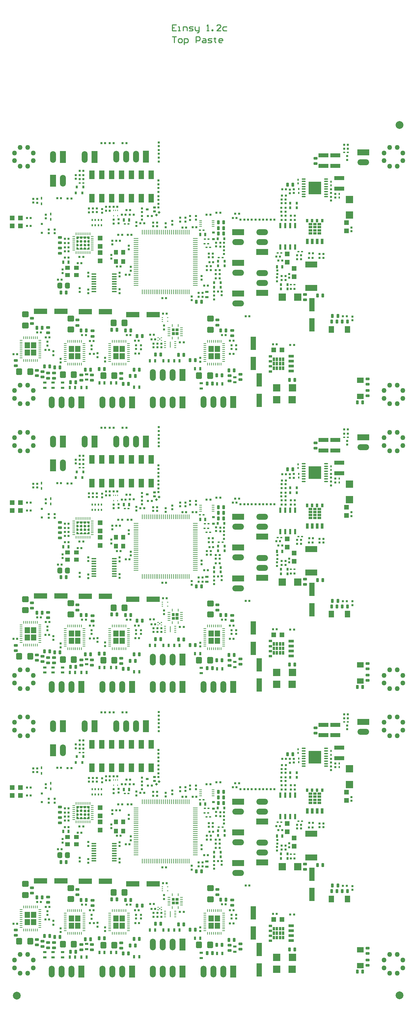
<source format=gtp>
G04*
G04 #@! TF.GenerationSoftware,Altium Limited,Altium Designer,21.0.8 (223)*
G04*
G04 Layer_Color=8421504*
%FSLAX24Y24*%
%MOIN*%
G70*
G04*
G04 #@! TF.SameCoordinates,37365775-C3C0-4A33-B389-55CC381F7523*
G04*
G04*
G04 #@! TF.FilePolarity,Positive*
G04*
G01*
G75*
%ADD10C,0.0100*%
%ADD11O,0.1190X0.0590*%
%ADD12R,0.1190X0.0590*%
%ADD13R,0.0590X0.1190*%
%ADD14O,0.0590X0.1190*%
%ADD15R,0.0528X0.0618*%
G04:AMPARAMS|DCode=16|XSize=78.7mil|YSize=78.7mil|CornerRadius=39.4mil|HoleSize=0mil|Usage=FLASHONLY|Rotation=90.000|XOffset=0mil|YOffset=0mil|HoleType=Round|Shape=RoundedRectangle|*
%AMROUNDEDRECTD16*
21,1,0.0787,0.0000,0,0,90.0*
21,1,0.0000,0.0787,0,0,90.0*
1,1,0.0787,0.0000,0.0000*
1,1,0.0787,0.0000,0.0000*
1,1,0.0787,0.0000,0.0000*
1,1,0.0787,0.0000,0.0000*
%
%ADD16ROUNDEDRECTD16*%
%ADD17O,0.0452X0.0137*%
%ADD18R,0.1279X0.1279*%
%ADD19R,0.1004X0.0413*%
%ADD20R,0.0177X0.0197*%
G04:AMPARAMS|DCode=21|XSize=20mil|YSize=22mil|CornerRadius=3.4mil|HoleSize=0mil|Usage=FLASHONLY|Rotation=90.000|XOffset=0mil|YOffset=0mil|HoleType=Round|Shape=RoundedRectangle|*
%AMROUNDEDRECTD21*
21,1,0.0200,0.0152,0,0,90.0*
21,1,0.0132,0.0220,0,0,90.0*
1,1,0.0068,0.0076,0.0066*
1,1,0.0068,0.0076,-0.0066*
1,1,0.0068,-0.0076,-0.0066*
1,1,0.0068,-0.0076,0.0066*
%
%ADD21ROUNDEDRECTD21*%
G04:AMPARAMS|DCode=22|XSize=20mil|YSize=22mil|CornerRadius=3.4mil|HoleSize=0mil|Usage=FLASHONLY|Rotation=0.000|XOffset=0mil|YOffset=0mil|HoleType=Round|Shape=RoundedRectangle|*
%AMROUNDEDRECTD22*
21,1,0.0200,0.0152,0,0,0.0*
21,1,0.0132,0.0220,0,0,0.0*
1,1,0.0068,0.0066,-0.0076*
1,1,0.0068,-0.0066,-0.0076*
1,1,0.0068,-0.0066,0.0076*
1,1,0.0068,0.0066,0.0076*
%
%ADD22ROUNDEDRECTD22*%
G04:AMPARAMS|DCode=23|XSize=27.1mil|YSize=37.4mil|CornerRadius=4.8mil|HoleSize=0mil|Usage=FLASHONLY|Rotation=90.000|XOffset=0mil|YOffset=0mil|HoleType=Round|Shape=RoundedRectangle|*
%AMROUNDEDRECTD23*
21,1,0.0271,0.0277,0,0,90.0*
21,1,0.0175,0.0374,0,0,90.0*
1,1,0.0097,0.0139,0.0087*
1,1,0.0097,0.0139,-0.0087*
1,1,0.0097,-0.0139,-0.0087*
1,1,0.0097,-0.0139,0.0087*
%
%ADD23ROUNDEDRECTD23*%
G04:AMPARAMS|DCode=24|XSize=27.1mil|YSize=37.4mil|CornerRadius=4.8mil|HoleSize=0mil|Usage=FLASHONLY|Rotation=0.000|XOffset=0mil|YOffset=0mil|HoleType=Round|Shape=RoundedRectangle|*
%AMROUNDEDRECTD24*
21,1,0.0271,0.0277,0,0,0.0*
21,1,0.0175,0.0374,0,0,0.0*
1,1,0.0097,0.0087,-0.0139*
1,1,0.0097,-0.0087,-0.0139*
1,1,0.0097,-0.0087,0.0139*
1,1,0.0097,0.0087,0.0139*
%
%ADD24ROUNDEDRECTD24*%
%ADD25R,0.0197X0.0177*%
%ADD26R,0.0244X0.0326*%
%ADD27R,0.0260X0.0540*%
%ADD28R,0.0540X0.0260*%
G04:AMPARAMS|DCode=29|XSize=20mil|YSize=22mil|CornerRadius=3.4mil|HoleSize=0mil|Usage=FLASHONLY|Rotation=225.000|XOffset=0mil|YOffset=0mil|HoleType=Round|Shape=RoundedRectangle|*
%AMROUNDEDRECTD29*
21,1,0.0200,0.0152,0,0,225.0*
21,1,0.0132,0.0220,0,0,225.0*
1,1,0.0068,-0.0100,0.0007*
1,1,0.0068,-0.0007,0.0100*
1,1,0.0068,0.0100,-0.0007*
1,1,0.0068,0.0007,-0.0100*
%
%ADD29ROUNDEDRECTD29*%
%ADD30R,0.0571X0.0897*%
%ADD31R,0.0295X0.0097*%
%ADD32R,0.0523X0.0689*%
%ADD33R,0.0180X0.0260*%
%ADD34R,0.0480X0.0130*%
%ADD35R,0.0770X0.0770*%
%ADD36R,0.1240X0.0610*%
G04:AMPARAMS|DCode=37|XSize=50mil|YSize=58mil|CornerRadius=12mil|HoleSize=0mil|Usage=FLASHONLY|Rotation=180.000|XOffset=0mil|YOffset=0mil|HoleType=Round|Shape=RoundedRectangle|*
%AMROUNDEDRECTD37*
21,1,0.0500,0.0340,0,0,180.0*
21,1,0.0260,0.0580,0,0,180.0*
1,1,0.0240,-0.0130,0.0170*
1,1,0.0240,0.0130,0.0170*
1,1,0.0240,0.0130,-0.0170*
1,1,0.0240,-0.0130,-0.0170*
%
%ADD37ROUNDEDRECTD37*%
%ADD38R,0.0500X0.0400*%
%ADD39R,0.0180X0.0240*%
%ADD40O,0.0078X0.0492*%
%ADD41O,0.0492X0.0078*%
%ADD42R,0.0220X0.0220*%
%ADD43C,0.0500*%
G04:AMPARAMS|DCode=44|XSize=61mil|YSize=69mil|CornerRadius=14.8mil|HoleSize=0mil|Usage=FLASHONLY|Rotation=90.000|XOffset=0mil|YOffset=0mil|HoleType=Round|Shape=RoundedRectangle|*
%AMROUNDEDRECTD44*
21,1,0.0610,0.0395,0,0,90.0*
21,1,0.0315,0.0690,0,0,90.0*
1,1,0.0295,0.0198,0.0158*
1,1,0.0295,0.0198,-0.0158*
1,1,0.0295,-0.0198,-0.0158*
1,1,0.0295,-0.0198,0.0158*
%
%ADD44ROUNDEDRECTD44*%
%ADD45R,0.1319X0.0531*%
%ADD46R,0.0220X0.0580*%
%ADD47R,0.0460X0.0460*%
%ADD48O,0.0078X0.0315*%
%ADD49O,0.0315X0.0078*%
G04:AMPARAMS|DCode=50|XSize=9mil|YSize=29.5mil|CornerRadius=3.4mil|HoleSize=0mil|Usage=FLASHONLY|Rotation=180.000|XOffset=0mil|YOffset=0mil|HoleType=Round|Shape=RoundedRectangle|*
%AMROUNDEDRECTD50*
21,1,0.0090,0.0227,0,0,180.0*
21,1,0.0022,0.0295,0,0,180.0*
1,1,0.0068,-0.0011,0.0113*
1,1,0.0068,0.0011,0.0113*
1,1,0.0068,0.0011,-0.0113*
1,1,0.0068,-0.0011,-0.0113*
%
%ADD50ROUNDEDRECTD50*%
G04:AMPARAMS|DCode=51|XSize=9mil|YSize=29.5mil|CornerRadius=3.4mil|HoleSize=0mil|Usage=FLASHONLY|Rotation=270.000|XOffset=0mil|YOffset=0mil|HoleType=Round|Shape=RoundedRectangle|*
%AMROUNDEDRECTD51*
21,1,0.0090,0.0227,0,0,270.0*
21,1,0.0022,0.0295,0,0,270.0*
1,1,0.0068,-0.0113,-0.0011*
1,1,0.0068,-0.0113,0.0011*
1,1,0.0068,0.0113,0.0011*
1,1,0.0068,0.0113,-0.0011*
%
%ADD51ROUNDEDRECTD51*%
%ADD52R,0.0216X0.0295*%
%ADD53R,0.0295X0.0197*%
%ADD54R,0.0197X0.0078*%
%ADD55R,0.0059X0.0610*%
%ADD56R,0.0157X0.0098*%
%ADD57O,0.0090X0.0295*%
%ADD58O,0.0295X0.0090*%
%ADD59P,0.0185X4X180.0*%
%ADD60R,0.0098X0.0157*%
%ADD61R,0.0326X0.0244*%
%ADD62R,0.0531X0.1319*%
G04:AMPARAMS|DCode=63|XSize=61mil|YSize=69mil|CornerRadius=14.8mil|HoleSize=0mil|Usage=FLASHONLY|Rotation=180.000|XOffset=0mil|YOffset=0mil|HoleType=Round|Shape=RoundedRectangle|*
%AMROUNDEDRECTD63*
21,1,0.0610,0.0395,0,0,180.0*
21,1,0.0315,0.0690,0,0,180.0*
1,1,0.0295,-0.0158,0.0198*
1,1,0.0295,0.0158,0.0198*
1,1,0.0295,0.0158,-0.0198*
1,1,0.0295,-0.0158,-0.0198*
%
%ADD63ROUNDEDRECTD63*%
%ADD64R,0.0460X0.0460*%
%ADD65R,0.0295X0.0216*%
%ADD66R,0.0770X0.0770*%
%ADD67R,0.0400X0.0500*%
%ADD68R,0.0689X0.0523*%
G36*
X32394Y48566D02*
X32158D01*
Y48920D01*
X32394D01*
Y48566D01*
D02*
G37*
G36*
X31883D02*
X31646D01*
Y48920D01*
X31883D01*
Y48566D01*
D02*
G37*
G36*
X31381D02*
X31144D01*
Y48920D01*
X31381D01*
Y48566D01*
D02*
G37*
G36*
X30869D02*
X30633D01*
Y48920D01*
X30869D01*
Y48566D01*
D02*
G37*
G36*
X32158Y48271D02*
X31804D01*
Y48507D01*
X32158D01*
Y48271D01*
D02*
G37*
G36*
X31705D02*
X31351D01*
Y48507D01*
X31705D01*
Y48271D01*
D02*
G37*
G36*
X31253D02*
X30898D01*
Y48507D01*
X31253D01*
Y48271D01*
D02*
G37*
G36*
X32158Y47966D02*
X31804D01*
Y48202D01*
X32158D01*
Y47966D01*
D02*
G37*
G36*
X31705D02*
X31351D01*
Y48202D01*
X31705D01*
Y47966D01*
D02*
G37*
G36*
X31253D02*
X30898D01*
Y48202D01*
X31253D01*
Y47966D01*
D02*
G37*
G36*
X32158Y47651D02*
X31804D01*
Y47887D01*
X32158D01*
Y47651D01*
D02*
G37*
G36*
X31705D02*
X31351D01*
Y47887D01*
X31705D01*
Y47651D01*
D02*
G37*
G36*
X31253D02*
X30898D01*
Y47887D01*
X31253D01*
Y47651D01*
D02*
G37*
G36*
X32158Y47345D02*
X31804D01*
Y47582D01*
X32158D01*
Y47345D01*
D02*
G37*
G36*
X31705D02*
X31351D01*
Y47582D01*
X31705D01*
Y47345D01*
D02*
G37*
G36*
X31253D02*
X30898D01*
Y47582D01*
X31253D01*
Y47345D01*
D02*
G37*
G36*
X8392Y47001D02*
X8293Y46903D01*
X8211D01*
X8116Y46996D01*
Y47130D01*
X8392D01*
Y47001D01*
D02*
G37*
G36*
X8018D02*
X7919Y46903D01*
X7837D01*
X7742Y46996D01*
Y47130D01*
X8018D01*
Y47001D01*
D02*
G37*
G36*
X8726Y46883D02*
X8608D01*
X8480Y47011D01*
Y47130D01*
X8726D01*
Y46883D01*
D02*
G37*
G36*
X7653Y47011D02*
X7526Y46883D01*
X7407D01*
Y47130D01*
X7653D01*
Y47011D01*
D02*
G37*
G36*
X8008Y46706D02*
Y46608D01*
X7929Y46529D01*
X7831D01*
X7742Y46618D01*
Y46696D01*
X7840Y46795D01*
X7919D01*
X8008Y46706D01*
D02*
G37*
G36*
X8726Y46519D02*
X8597D01*
X8500Y46618D01*
Y46700D01*
X8593Y46795D01*
X8726D01*
Y46519D01*
D02*
G37*
G36*
X8392Y46696D02*
Y46618D01*
X8293Y46519D01*
X8214D01*
X8126Y46608D01*
Y46706D01*
X8205Y46785D01*
X8303D01*
X8392Y46696D01*
D02*
G37*
G36*
X7634Y46696D02*
Y46608D01*
X7545Y46519D01*
X7407D01*
Y46795D01*
X7535D01*
X7634Y46696D01*
D02*
G37*
G36*
X8008Y46332D02*
Y46234D01*
X7929Y46155D01*
X7831D01*
X7742Y46244D01*
Y46322D01*
X7840Y46421D01*
X7919D01*
X8008Y46332D01*
D02*
G37*
G36*
X8726Y46145D02*
X8598D01*
X8500Y46244D01*
Y46332D01*
X8589Y46421D01*
X8726D01*
Y46145D01*
D02*
G37*
G36*
X8392Y46322D02*
Y46244D01*
X8293Y46145D01*
X8214D01*
X8126Y46234D01*
Y46332D01*
X8205Y46411D01*
X8303D01*
X8392Y46322D01*
D02*
G37*
G36*
X7634Y46322D02*
Y46240D01*
X7540Y46145D01*
X7407D01*
Y46421D01*
X7536D01*
X7634Y46322D01*
D02*
G37*
G36*
X8726Y45811D02*
X8480D01*
Y45929D01*
X8608Y46057D01*
X8726D01*
Y45811D01*
D02*
G37*
G36*
X8392Y45944D02*
Y45811D01*
X8116D01*
Y45940D01*
X8215Y46037D01*
X8297D01*
X8392Y45944D01*
D02*
G37*
G36*
X8018D02*
Y45811D01*
X7742D01*
Y45940D01*
X7841Y46037D01*
X7923D01*
X8018Y45944D01*
D02*
G37*
G36*
X7653Y45929D02*
Y45811D01*
X7407D01*
Y46057D01*
X7526D01*
X7653Y45929D01*
D02*
G37*
G36*
X17725Y37567D02*
X17438D01*
Y37850D01*
X17725D01*
Y37567D01*
D02*
G37*
G36*
X17347Y37563D02*
X17064D01*
Y37850D01*
X17347D01*
Y37563D01*
D02*
G37*
G36*
X17725Y37189D02*
X17442D01*
Y37476D01*
X17725D01*
Y37189D01*
D02*
G37*
G36*
X17351D02*
X17064D01*
Y37472D01*
X17351D01*
Y37189D01*
D02*
G37*
G36*
X16064Y36870D02*
X15971Y36870D01*
X15922Y36919D01*
X15922Y36952D01*
X16064D01*
Y36870D01*
D02*
G37*
G36*
X15737Y36919D02*
X15688Y36870D01*
X15595Y36870D01*
Y36952D01*
X15737D01*
X15737Y36919D01*
D02*
G37*
G36*
X16064Y36610D02*
X15922D01*
X15922Y36643D01*
X15971Y36692D01*
X16064Y36692D01*
Y36610D01*
D02*
G37*
G36*
X15688Y36692D02*
X15737Y36643D01*
X15737Y36610D01*
X15595D01*
Y36692D01*
X15688Y36692D01*
D02*
G37*
G36*
X27207Y34917D02*
X26853D01*
Y35153D01*
X27207D01*
Y34917D01*
D02*
G37*
G36*
X28427Y34562D02*
X28191D01*
Y34917D01*
X28427D01*
Y34562D01*
D02*
G37*
G36*
X28122D02*
X27886D01*
Y34917D01*
X28122D01*
Y34562D01*
D02*
G37*
G36*
X27807D02*
X27571D01*
Y34917D01*
X27807D01*
Y34562D01*
D02*
G37*
G36*
X27502D02*
X27266D01*
Y34917D01*
X27502D01*
Y34562D01*
D02*
G37*
G36*
X27207Y34405D02*
X26853D01*
Y34641D01*
X27207D01*
Y34405D01*
D02*
G37*
G36*
X28427Y34110D02*
X28191D01*
Y34464D01*
X28427D01*
Y34110D01*
D02*
G37*
G36*
X28122D02*
X27886D01*
Y34464D01*
X28122D01*
Y34110D01*
D02*
G37*
G36*
X27807D02*
X27571D01*
Y34464D01*
X27807D01*
Y34110D01*
D02*
G37*
G36*
X27502D02*
X27266D01*
Y34464D01*
X27502D01*
Y34110D01*
D02*
G37*
G36*
X27207Y33903D02*
X26853D01*
Y34139D01*
X27207D01*
Y33903D01*
D02*
G37*
G36*
X28427Y33657D02*
X28191D01*
Y34011D01*
X28427D01*
Y33657D01*
D02*
G37*
G36*
X28122D02*
X27886D01*
Y34011D01*
X28122D01*
Y33657D01*
D02*
G37*
G36*
X27807D02*
X27571D01*
Y34011D01*
X27807D01*
Y33657D01*
D02*
G37*
G36*
X27502D02*
X27266D01*
Y34011D01*
X27502D01*
Y33657D01*
D02*
G37*
G36*
X27207Y33391D02*
X26853D01*
Y33627D01*
X27207D01*
Y33391D01*
D02*
G37*
G36*
X32394Y19786D02*
X32158D01*
Y20141D01*
X32394D01*
Y19786D01*
D02*
G37*
G36*
X31883D02*
X31646D01*
Y20141D01*
X31883D01*
Y19786D01*
D02*
G37*
G36*
X31381D02*
X31144D01*
Y20141D01*
X31381D01*
Y19786D01*
D02*
G37*
G36*
X30869D02*
X30633D01*
Y20141D01*
X30869D01*
Y19786D01*
D02*
G37*
G36*
X32158Y19491D02*
X31804D01*
Y19727D01*
X32158D01*
Y19491D01*
D02*
G37*
G36*
X31705D02*
X31351D01*
Y19727D01*
X31705D01*
Y19491D01*
D02*
G37*
G36*
X31253D02*
X30898D01*
Y19727D01*
X31253D01*
Y19491D01*
D02*
G37*
G36*
X32158Y19186D02*
X31804D01*
Y19422D01*
X32158D01*
Y19186D01*
D02*
G37*
G36*
X31705D02*
X31351D01*
Y19422D01*
X31705D01*
Y19186D01*
D02*
G37*
G36*
X31253D02*
X30898D01*
Y19422D01*
X31253D01*
Y19186D01*
D02*
G37*
G36*
X32158Y18871D02*
X31804D01*
Y19107D01*
X32158D01*
Y18871D01*
D02*
G37*
G36*
X31705D02*
X31351D01*
Y19107D01*
X31705D01*
Y18871D01*
D02*
G37*
G36*
X31253D02*
X30898D01*
Y19107D01*
X31253D01*
Y18871D01*
D02*
G37*
G36*
X32158Y18566D02*
X31804D01*
Y18802D01*
X32158D01*
Y18566D01*
D02*
G37*
G36*
X31705D02*
X31351D01*
Y18802D01*
X31705D01*
Y18566D01*
D02*
G37*
G36*
X31253D02*
X30898D01*
Y18802D01*
X31253D01*
Y18566D01*
D02*
G37*
G36*
X8392Y18221D02*
X8293Y18124D01*
X8211D01*
X8116Y18217D01*
Y18350D01*
X8392D01*
Y18221D01*
D02*
G37*
G36*
X8018D02*
X7919Y18124D01*
X7837D01*
X7742Y18217D01*
Y18350D01*
X8018D01*
Y18221D01*
D02*
G37*
G36*
X8726Y18104D02*
X8608D01*
X8480Y18232D01*
Y18350D01*
X8726D01*
Y18104D01*
D02*
G37*
G36*
X7653Y18232D02*
X7526Y18104D01*
X7407D01*
Y18350D01*
X7653D01*
Y18232D01*
D02*
G37*
G36*
X8008Y17927D02*
Y17828D01*
X7929Y17750D01*
X7831D01*
X7742Y17838D01*
Y17917D01*
X7840Y18015D01*
X7919D01*
X8008Y17927D01*
D02*
G37*
G36*
X8726Y17740D02*
X8597D01*
X8500Y17839D01*
Y17921D01*
X8593Y18015D01*
X8726D01*
Y17740D01*
D02*
G37*
G36*
X8392Y17917D02*
Y17838D01*
X8293Y17740D01*
X8214D01*
X8126Y17828D01*
Y17927D01*
X8205Y18006D01*
X8303D01*
X8392Y17917D01*
D02*
G37*
G36*
X7634Y17917D02*
Y17828D01*
X7545Y17740D01*
X7407D01*
Y18015D01*
X7535D01*
X7634Y17917D01*
D02*
G37*
G36*
X8008Y17553D02*
Y17454D01*
X7929Y17376D01*
X7831D01*
X7742Y17464D01*
Y17543D01*
X7840Y17641D01*
X7919D01*
X8008Y17553D01*
D02*
G37*
G36*
X8726Y17366D02*
X8598D01*
X8500Y17464D01*
Y17553D01*
X8589Y17641D01*
X8726D01*
Y17366D01*
D02*
G37*
G36*
X8392Y17543D02*
Y17464D01*
X8293Y17366D01*
X8214D01*
X8126Y17454D01*
Y17553D01*
X8205Y17631D01*
X8303D01*
X8392Y17543D01*
D02*
G37*
G36*
X7634Y17542D02*
Y17461D01*
X7540Y17366D01*
X7407D01*
Y17641D01*
X7536D01*
X7634Y17542D01*
D02*
G37*
G36*
X8726Y17031D02*
X8480D01*
Y17149D01*
X8608Y17277D01*
X8726D01*
Y17031D01*
D02*
G37*
G36*
X8392Y17164D02*
Y17031D01*
X8116D01*
Y17160D01*
X8215Y17257D01*
X8297D01*
X8392Y17164D01*
D02*
G37*
G36*
X8018D02*
Y17031D01*
X7742D01*
Y17160D01*
X7841Y17257D01*
X7923D01*
X8018Y17164D01*
D02*
G37*
G36*
X7653Y17149D02*
Y17031D01*
X7407D01*
Y17277D01*
X7526D01*
X7653Y17149D01*
D02*
G37*
G36*
X17725Y8787D02*
X17438D01*
Y9071D01*
X17725D01*
Y8787D01*
D02*
G37*
G36*
X17347Y8783D02*
X17064D01*
Y9071D01*
X17347D01*
Y8783D01*
D02*
G37*
G36*
X17725Y8409D02*
X17442D01*
Y8697D01*
X17725D01*
Y8409D01*
D02*
G37*
G36*
X17351D02*
X17064D01*
Y8693D01*
X17351D01*
Y8409D01*
D02*
G37*
G36*
X16064Y8090D02*
X15971Y8090D01*
X15922Y8139D01*
X15922Y8173D01*
X16064D01*
Y8090D01*
D02*
G37*
G36*
X15737Y8139D02*
X15688Y8090D01*
X15595Y8090D01*
Y8173D01*
X15737D01*
X15737Y8139D01*
D02*
G37*
G36*
X16064Y7831D02*
X15922D01*
X15922Y7864D01*
X15971Y7913D01*
X16064Y7913D01*
Y7831D01*
D02*
G37*
G36*
X15688Y7913D02*
X15737Y7864D01*
X15737Y7831D01*
X15595D01*
Y7913D01*
X15688Y7913D01*
D02*
G37*
G36*
X27207Y6137D02*
X26853D01*
Y6373D01*
X27207D01*
Y6137D01*
D02*
G37*
G36*
X28427Y5783D02*
X28191D01*
Y6137D01*
X28427D01*
Y5783D01*
D02*
G37*
G36*
X28122D02*
X27886D01*
Y6137D01*
X28122D01*
Y5783D01*
D02*
G37*
G36*
X27807D02*
X27571D01*
Y6137D01*
X27807D01*
Y5783D01*
D02*
G37*
G36*
X27502D02*
X27266D01*
Y6137D01*
X27502D01*
Y5783D01*
D02*
G37*
G36*
X27207Y5625D02*
X26853D01*
Y5862D01*
X27207D01*
Y5625D01*
D02*
G37*
G36*
X28427Y5330D02*
X28191D01*
Y5684D01*
X28427D01*
Y5330D01*
D02*
G37*
G36*
X28122D02*
X27886D01*
Y5684D01*
X28122D01*
Y5330D01*
D02*
G37*
G36*
X27807D02*
X27571D01*
Y5684D01*
X27807D01*
Y5330D01*
D02*
G37*
G36*
X27502D02*
X27266D01*
Y5684D01*
X27502D01*
Y5330D01*
D02*
G37*
G36*
X27207Y5123D02*
X26853D01*
Y5360D01*
X27207D01*
Y5123D01*
D02*
G37*
G36*
X28427Y4877D02*
X28191D01*
Y5232D01*
X28427D01*
Y4877D01*
D02*
G37*
G36*
X28122D02*
X27886D01*
Y5232D01*
X28122D01*
Y4877D01*
D02*
G37*
G36*
X27807D02*
X27571D01*
Y5232D01*
X27807D01*
Y4877D01*
D02*
G37*
G36*
X27502D02*
X27266D01*
Y5232D01*
X27502D01*
Y4877D01*
D02*
G37*
G36*
X27207Y4612D02*
X26853D01*
Y4848D01*
X27207D01*
Y4612D01*
D02*
G37*
G36*
X32394Y-8993D02*
X32158D01*
Y-8639D01*
X32394D01*
Y-8993D01*
D02*
G37*
G36*
X31883D02*
X31646D01*
Y-8639D01*
X31883D01*
Y-8993D01*
D02*
G37*
G36*
X31381D02*
X31144D01*
Y-8639D01*
X31381D01*
Y-8993D01*
D02*
G37*
G36*
X30869D02*
X30633D01*
Y-8639D01*
X30869D01*
Y-8993D01*
D02*
G37*
G36*
X32158Y-9288D02*
X31804D01*
Y-9052D01*
X32158D01*
Y-9288D01*
D02*
G37*
G36*
X31705D02*
X31351D01*
Y-9052D01*
X31705D01*
Y-9288D01*
D02*
G37*
G36*
X31253D02*
X30898D01*
Y-9052D01*
X31253D01*
Y-9288D01*
D02*
G37*
G36*
X32158Y-9594D02*
X31804D01*
Y-9357D01*
X32158D01*
Y-9594D01*
D02*
G37*
G36*
X31705D02*
X31351D01*
Y-9357D01*
X31705D01*
Y-9594D01*
D02*
G37*
G36*
X31253D02*
X30898D01*
Y-9357D01*
X31253D01*
Y-9594D01*
D02*
G37*
G36*
X32158Y-9908D02*
X31804D01*
Y-9672D01*
X32158D01*
Y-9908D01*
D02*
G37*
G36*
X31705D02*
X31351D01*
Y-9672D01*
X31705D01*
Y-9908D01*
D02*
G37*
G36*
X31253D02*
X30898D01*
Y-9672D01*
X31253D01*
Y-9908D01*
D02*
G37*
G36*
X32158Y-10214D02*
X31804D01*
Y-9977D01*
X32158D01*
Y-10214D01*
D02*
G37*
G36*
X31705D02*
X31351D01*
Y-9977D01*
X31705D01*
Y-10214D01*
D02*
G37*
G36*
X31253D02*
X30898D01*
Y-9977D01*
X31253D01*
Y-10214D01*
D02*
G37*
G36*
X8392Y-10558D02*
X8293Y-10656D01*
X8211D01*
X8116Y-10563D01*
Y-10430D01*
X8392D01*
Y-10558D01*
D02*
G37*
G36*
X8018D02*
X7919Y-10656D01*
X7837D01*
X7742Y-10563D01*
Y-10430D01*
X8018D01*
Y-10558D01*
D02*
G37*
G36*
X8726Y-10676D02*
X8608D01*
X8480Y-10548D01*
Y-10430D01*
X8726D01*
Y-10676D01*
D02*
G37*
G36*
X7653Y-10548D02*
X7526Y-10676D01*
X7407D01*
Y-10430D01*
X7653D01*
Y-10548D01*
D02*
G37*
G36*
X8008Y-10853D02*
Y-10951D01*
X7929Y-11030D01*
X7831D01*
X7742Y-10941D01*
Y-10863D01*
X7840Y-10764D01*
X7919D01*
X8008Y-10853D01*
D02*
G37*
G36*
X8726Y-11040D02*
X8597D01*
X8500Y-10941D01*
Y-10859D01*
X8593Y-10764D01*
X8726D01*
Y-11040D01*
D02*
G37*
G36*
X8392Y-10863D02*
Y-10941D01*
X8293Y-11040D01*
X8214D01*
X8126Y-10951D01*
Y-10853D01*
X8205Y-10774D01*
X8303D01*
X8392Y-10863D01*
D02*
G37*
G36*
X7634Y-10863D02*
Y-10951D01*
X7545Y-11040D01*
X7407D01*
Y-10764D01*
X7535D01*
X7634Y-10863D01*
D02*
G37*
G36*
X8008Y-11227D02*
Y-11325D01*
X7929Y-11404D01*
X7831D01*
X7742Y-11315D01*
Y-11237D01*
X7840Y-11138D01*
X7919D01*
X8008Y-11227D01*
D02*
G37*
G36*
X8726Y-11414D02*
X8598D01*
X8500Y-11315D01*
Y-11227D01*
X8589Y-11138D01*
X8726D01*
Y-11414D01*
D02*
G37*
G36*
X8392Y-11237D02*
Y-11315D01*
X8293Y-11414D01*
X8214D01*
X8126Y-11325D01*
Y-11227D01*
X8205Y-11148D01*
X8303D01*
X8392Y-11237D01*
D02*
G37*
G36*
X7634Y-11237D02*
Y-11319D01*
X7540Y-11414D01*
X7407D01*
Y-11138D01*
X7536D01*
X7634Y-11237D01*
D02*
G37*
G36*
X8726Y-11748D02*
X8480D01*
Y-11630D01*
X8608Y-11502D01*
X8726D01*
Y-11748D01*
D02*
G37*
G36*
X8392Y-11615D02*
Y-11748D01*
X8116D01*
Y-11620D01*
X8215Y-11522D01*
X8297D01*
X8392Y-11615D01*
D02*
G37*
G36*
X8018D02*
Y-11748D01*
X7742D01*
Y-11620D01*
X7841Y-11522D01*
X7923D01*
X8018Y-11615D01*
D02*
G37*
G36*
X7653Y-11630D02*
Y-11748D01*
X7407D01*
Y-11502D01*
X7526D01*
X7653Y-11630D01*
D02*
G37*
G36*
X17725Y-19992D02*
X17438D01*
Y-19709D01*
X17725D01*
Y-19992D01*
D02*
G37*
G36*
X17347Y-19996D02*
X17064D01*
Y-19709D01*
X17347D01*
Y-19996D01*
D02*
G37*
G36*
X17725Y-20370D02*
X17442D01*
Y-20083D01*
X17725D01*
Y-20370D01*
D02*
G37*
G36*
X17351D02*
X17064D01*
Y-20087D01*
X17351D01*
Y-20370D01*
D02*
G37*
G36*
X16064Y-20689D02*
X15971Y-20689D01*
X15922Y-20640D01*
X15922Y-20607D01*
X16064D01*
Y-20689D01*
D02*
G37*
G36*
X15737Y-20640D02*
X15688Y-20689D01*
X15595Y-20689D01*
Y-20607D01*
X15737D01*
X15737Y-20640D01*
D02*
G37*
G36*
X16064Y-20949D02*
X15922D01*
X15922Y-20916D01*
X15971Y-20867D01*
X16064Y-20867D01*
Y-20949D01*
D02*
G37*
G36*
X15688Y-20867D02*
X15737Y-20916D01*
X15737Y-20949D01*
X15595D01*
Y-20867D01*
X15688Y-20867D01*
D02*
G37*
G36*
X27207Y-22642D02*
X26853D01*
Y-22406D01*
X27207D01*
Y-22642D01*
D02*
G37*
G36*
X28427Y-22997D02*
X28191D01*
Y-22642D01*
X28427D01*
Y-22997D01*
D02*
G37*
G36*
X28122D02*
X27886D01*
Y-22642D01*
X28122D01*
Y-22997D01*
D02*
G37*
G36*
X27807D02*
X27571D01*
Y-22642D01*
X27807D01*
Y-22997D01*
D02*
G37*
G36*
X27502D02*
X27266D01*
Y-22642D01*
X27502D01*
Y-22997D01*
D02*
G37*
G36*
X27207Y-23154D02*
X26853D01*
Y-22918D01*
X27207D01*
Y-23154D01*
D02*
G37*
G36*
X28427Y-23449D02*
X28191D01*
Y-23095D01*
X28427D01*
Y-23449D01*
D02*
G37*
G36*
X28122D02*
X27886D01*
Y-23095D01*
X28122D01*
Y-23449D01*
D02*
G37*
G36*
X27807D02*
X27571D01*
Y-23095D01*
X27807D01*
Y-23449D01*
D02*
G37*
G36*
X27502D02*
X27266D01*
Y-23095D01*
X27502D01*
Y-23449D01*
D02*
G37*
G36*
X27207Y-23656D02*
X26853D01*
Y-23420D01*
X27207D01*
Y-23656D01*
D02*
G37*
G36*
X28427Y-23902D02*
X28191D01*
Y-23548D01*
X28427D01*
Y-23902D01*
D02*
G37*
G36*
X28122D02*
X27886D01*
Y-23548D01*
X28122D01*
Y-23902D01*
D02*
G37*
G36*
X27807D02*
X27571D01*
Y-23548D01*
X27807D01*
Y-23902D01*
D02*
G37*
G36*
X27502D02*
X27266D01*
Y-23548D01*
X27502D01*
Y-23902D01*
D02*
G37*
G36*
X27207Y-24168D02*
X26853D01*
Y-23932D01*
X27207D01*
Y-24168D01*
D02*
G37*
G54D10*
X17098Y67342D02*
X17498D01*
X17298D01*
Y66743D01*
X17798D02*
X17998D01*
X18098Y66842D01*
Y67042D01*
X17998Y67142D01*
X17798D01*
X17698Y67042D01*
Y66842D01*
X17798Y66743D01*
X18298Y66543D02*
Y67142D01*
X18598D01*
X18698Y67042D01*
Y66842D01*
X18598Y66743D01*
X18298D01*
X19498D02*
Y67342D01*
X19797D01*
X19897Y67242D01*
Y67042D01*
X19797Y66942D01*
X19498D01*
X20197Y67142D02*
X20397D01*
X20497Y67042D01*
Y66743D01*
X20197D01*
X20097Y66842D01*
X20197Y66942D01*
X20497D01*
X20697Y66743D02*
X20997D01*
X21097Y66842D01*
X20997Y66942D01*
X20797D01*
X20697Y67042D01*
X20797Y67142D01*
X21097D01*
X21397Y67242D02*
Y67142D01*
X21297D01*
X21497D01*
X21397D01*
Y66842D01*
X21497Y66743D01*
X22097D02*
X21897D01*
X21797Y66842D01*
Y67042D01*
X21897Y67142D01*
X22097D01*
X22197Y67042D01*
Y66942D01*
X21797D01*
X17498Y68542D02*
X17098D01*
Y67943D01*
X17498D01*
X17098Y68242D02*
X17298D01*
X17698Y67943D02*
X17898D01*
X17798D01*
Y68342D01*
X17698D01*
X18198Y67943D02*
Y68342D01*
X18498D01*
X18598Y68242D01*
Y67943D01*
X18798D02*
X19098D01*
X19198Y68042D01*
X19098Y68142D01*
X18898D01*
X18798Y68242D01*
X18898Y68342D01*
X19198D01*
X19398D02*
Y68042D01*
X19498Y67943D01*
X19797D01*
Y67843D01*
X19698Y67743D01*
X19598D01*
X19797Y67943D02*
Y68342D01*
X20597Y67943D02*
X20797D01*
X20697D01*
Y68542D01*
X20597Y68442D01*
X21097Y67943D02*
Y68042D01*
X21197D01*
Y67943D01*
X21097D01*
X21997D02*
X21597D01*
X21997Y68342D01*
Y68442D01*
X21897Y68542D01*
X21697D01*
X21597Y68442D01*
X22597Y68342D02*
X22297D01*
X22197Y68242D01*
Y68042D01*
X22297Y67943D01*
X22597D01*
G54D11*
X26197Y-14119D02*
D03*
Y-15119D02*
D03*
X23771Y-10972D02*
D03*
Y-14083D02*
D03*
Y-17193D02*
D03*
X36417Y-2929D02*
D03*
X26207Y-10979D02*
D03*
Y-9979D02*
D03*
X26197Y14661D02*
D03*
Y13661D02*
D03*
X23771Y17807D02*
D03*
Y14697D02*
D03*
Y11587D02*
D03*
X36417Y25851D02*
D03*
X26207Y17801D02*
D03*
Y18801D02*
D03*
X26197Y43440D02*
D03*
Y42440D02*
D03*
X23771Y46587D02*
D03*
Y43476D02*
D03*
Y40366D02*
D03*
X36417Y54630D02*
D03*
X26207Y46580D02*
D03*
Y47580D02*
D03*
G54D12*
X26197Y-16119D02*
D03*
X23771Y-9972D02*
D03*
Y-13083D02*
D03*
Y-16193D02*
D03*
X36417Y-1929D02*
D03*
X26207Y-11979D02*
D03*
X26197Y12661D02*
D03*
X23771Y18807D02*
D03*
Y15697D02*
D03*
Y12587D02*
D03*
X36417Y26851D02*
D03*
X26207Y16801D02*
D03*
X26197Y41440D02*
D03*
X23771Y47587D02*
D03*
Y44476D02*
D03*
Y41366D02*
D03*
X36417Y55630D02*
D03*
X26207Y45580D02*
D03*
G54D13*
X9249Y-2366D02*
D03*
X14429Y-2362D02*
D03*
X7909Y-27166D02*
D03*
X13027D02*
D03*
X18146Y-24411D02*
D03*
Y-27166D02*
D03*
X23268Y-27163D02*
D03*
X5039Y-4776D02*
D03*
X6039Y-2366D02*
D03*
X9249Y26413D02*
D03*
X14429Y26417D02*
D03*
X7909Y1613D02*
D03*
X13027D02*
D03*
X18146Y4369D02*
D03*
Y1613D02*
D03*
X23268Y1617D02*
D03*
X5039Y24003D02*
D03*
X6039Y26413D02*
D03*
X9249Y55193D02*
D03*
X14429Y55197D02*
D03*
X7909Y30393D02*
D03*
X13027D02*
D03*
X18146Y33149D02*
D03*
Y30393D02*
D03*
X23268Y30397D02*
D03*
X5039Y52783D02*
D03*
X6039Y55193D02*
D03*
G54D14*
X8249Y-2366D02*
D03*
X11429Y-2362D02*
D03*
X12429D02*
D03*
X13429D02*
D03*
X6909Y-27166D02*
D03*
X5909D02*
D03*
X4909D02*
D03*
X12027D02*
D03*
X11027D02*
D03*
X10027D02*
D03*
X17146Y-24411D02*
D03*
X16146D02*
D03*
X15146D02*
D03*
X17146Y-27166D02*
D03*
X16146D02*
D03*
X15146D02*
D03*
X22268Y-27163D02*
D03*
X21268D02*
D03*
X20268D02*
D03*
X6039Y-4776D02*
D03*
X5039Y-2366D02*
D03*
X8249Y26413D02*
D03*
X11429Y26417D02*
D03*
X12429D02*
D03*
X13429D02*
D03*
X6909Y1613D02*
D03*
X5909D02*
D03*
X4909D02*
D03*
X12027D02*
D03*
X11027D02*
D03*
X10027D02*
D03*
X17146Y4369D02*
D03*
X16146D02*
D03*
X15146D02*
D03*
X17146Y1613D02*
D03*
X16146D02*
D03*
X15146D02*
D03*
X22268Y1617D02*
D03*
X21268D02*
D03*
X20268D02*
D03*
X6039Y24003D02*
D03*
X5039Y26413D02*
D03*
X8249Y55193D02*
D03*
X11429Y55197D02*
D03*
X12429D02*
D03*
X13429D02*
D03*
X6909Y30393D02*
D03*
X5909D02*
D03*
X4909D02*
D03*
X12027D02*
D03*
X11027D02*
D03*
X10027D02*
D03*
X17146Y33149D02*
D03*
X16146D02*
D03*
X15146D02*
D03*
X17146Y30393D02*
D03*
X16146D02*
D03*
X15146D02*
D03*
X22268Y30397D02*
D03*
X21268D02*
D03*
X20268D02*
D03*
X6039Y52783D02*
D03*
X5039Y55193D02*
D03*
G54D15*
X21034Y-22517D02*
D03*
X21680Y-21780D02*
D03*
X21034Y-21780D02*
D03*
X21680Y-22517D02*
D03*
X3066Y-22157D02*
D03*
X2420Y-21420D02*
D03*
X3066Y-21420D02*
D03*
X2420Y-22157D02*
D03*
X7540Y-22517D02*
D03*
X6894Y-21780D02*
D03*
X7540Y-21780D02*
D03*
X6894Y-22517D02*
D03*
X12040Y-22517D02*
D03*
X11394Y-21780D02*
D03*
X12040Y-21780D02*
D03*
X11394Y-22517D02*
D03*
X21034Y6263D02*
D03*
X21680Y7000D02*
D03*
X21034Y6999D02*
D03*
X21680Y6263D02*
D03*
X3066Y6623D02*
D03*
X2420Y7359D02*
D03*
X3066Y7360D02*
D03*
X2420Y6623D02*
D03*
X7540Y6263D02*
D03*
X6894Y6999D02*
D03*
X7540Y7000D02*
D03*
X6894Y6263D02*
D03*
X12040Y6263D02*
D03*
X11394Y6999D02*
D03*
X12040Y7000D02*
D03*
X11394Y6263D02*
D03*
X21034Y35042D02*
D03*
X21680Y35779D02*
D03*
X21034Y35779D02*
D03*
X21680Y35042D02*
D03*
X3066Y35402D02*
D03*
X2420Y36139D02*
D03*
X3066Y36139D02*
D03*
X2420Y35402D02*
D03*
X7540Y35042D02*
D03*
X6894Y35779D02*
D03*
X7540Y35779D02*
D03*
X6894Y35042D02*
D03*
X12040Y35042D02*
D03*
X11394Y35779D02*
D03*
X12040Y35779D02*
D03*
X11394Y35042D02*
D03*
G54D16*
X40098Y58415D02*
D03*
Y-29557D02*
D03*
X1359Y-29596D02*
D03*
G54D17*
X30412Y-4603D02*
D03*
Y-4859D02*
D03*
Y-5115D02*
D03*
Y-5371D02*
D03*
Y-5627D02*
D03*
Y-5883D02*
D03*
Y-6139D02*
D03*
Y-6395D02*
D03*
X32656Y-4603D02*
D03*
Y-4859D02*
D03*
Y-5115D02*
D03*
Y-5371D02*
D03*
Y-5627D02*
D03*
Y-5883D02*
D03*
Y-6139D02*
D03*
Y-6395D02*
D03*
X30412Y24176D02*
D03*
Y23920D02*
D03*
Y23664D02*
D03*
Y23409D02*
D03*
Y23153D02*
D03*
Y22897D02*
D03*
Y22641D02*
D03*
Y22385D02*
D03*
X32656Y24176D02*
D03*
Y23920D02*
D03*
Y23664D02*
D03*
Y23409D02*
D03*
Y23153D02*
D03*
Y22897D02*
D03*
Y22641D02*
D03*
Y22385D02*
D03*
X30412Y52956D02*
D03*
Y52700D02*
D03*
Y52444D02*
D03*
Y52188D02*
D03*
Y51932D02*
D03*
Y51676D02*
D03*
Y51420D02*
D03*
Y51164D02*
D03*
X32656Y52956D02*
D03*
Y52700D02*
D03*
Y52444D02*
D03*
Y52188D02*
D03*
Y51932D02*
D03*
Y51676D02*
D03*
Y51420D02*
D03*
Y51164D02*
D03*
G54D18*
X31534Y-5499D02*
D03*
Y23281D02*
D03*
Y52060D02*
D03*
G54D19*
X34011Y-5578D02*
D03*
Y-4515D02*
D03*
X33591Y-2205D02*
D03*
Y-3268D02*
D03*
X32411Y-2205D02*
D03*
Y-3268D02*
D03*
X34011Y23201D02*
D03*
Y24264D02*
D03*
X33591Y26574D02*
D03*
Y25511D02*
D03*
X32411Y26574D02*
D03*
Y25511D02*
D03*
X34011Y51981D02*
D03*
Y53044D02*
D03*
X33591Y55354D02*
D03*
Y54291D02*
D03*
X32411Y55354D02*
D03*
Y54291D02*
D03*
G54D20*
X29911Y-6004D02*
D03*
Y-5627D02*
D03*
X33151Y-4870D02*
D03*
Y-5247D02*
D03*
X29837Y-5050D02*
D03*
Y-4673D02*
D03*
X34011Y-6109D02*
D03*
Y-6486D02*
D03*
X29911Y22776D02*
D03*
Y23153D02*
D03*
X33151Y23910D02*
D03*
Y23533D02*
D03*
X29837Y23730D02*
D03*
Y24107D02*
D03*
X34011Y22670D02*
D03*
Y22293D02*
D03*
X29911Y51555D02*
D03*
Y51932D02*
D03*
X33151Y52689D02*
D03*
Y52312D02*
D03*
X29837Y52510D02*
D03*
Y52887D02*
D03*
X34011Y51450D02*
D03*
Y51073D02*
D03*
G54D21*
X29411Y-5647D02*
D03*
Y-6026D02*
D03*
X33161Y-5638D02*
D03*
Y-6017D02*
D03*
X33591Y-6107D02*
D03*
Y-6486D02*
D03*
X33171Y-6407D02*
D03*
Y-6786D02*
D03*
X29005Y-6046D02*
D03*
Y-5667D02*
D03*
X19513Y-8350D02*
D03*
Y-8729D02*
D03*
X9469Y-7589D02*
D03*
Y-7963D02*
D03*
X9059Y-7589D02*
D03*
Y-7963D02*
D03*
X16016Y-21605D02*
D03*
Y-21231D02*
D03*
X15613Y-21605D02*
D03*
Y-21231D02*
D03*
X15209Y-21605D02*
D03*
Y-21231D02*
D03*
X11666Y-9069D02*
D03*
Y-8695D02*
D03*
X27719Y-14219D02*
D03*
Y-13845D02*
D03*
X4477Y-21062D02*
D03*
Y-21436D02*
D03*
X8594Y-14065D02*
D03*
Y-14439D02*
D03*
X11773Y-14081D02*
D03*
Y-14455D02*
D03*
X11783Y-16133D02*
D03*
Y-15759D02*
D03*
X8603Y-16161D02*
D03*
Y-15787D02*
D03*
X10297Y-23046D02*
D03*
Y-22672D02*
D03*
X4612Y-10076D02*
D03*
Y-9702D02*
D03*
X10947Y-12282D02*
D03*
Y-12656D02*
D03*
X5787Y-23156D02*
D03*
Y-22782D02*
D03*
X17097Y-9215D02*
D03*
Y-8841D02*
D03*
X8937Y-21432D02*
D03*
Y-21806D02*
D03*
X13437Y-21422D02*
D03*
Y-21796D02*
D03*
X15728Y-2062D02*
D03*
Y-1688D02*
D03*
X28552Y-6679D02*
D03*
Y-7053D02*
D03*
X19937Y-23066D02*
D03*
Y-22692D02*
D03*
X23087Y-21422D02*
D03*
Y-21796D02*
D03*
X19062Y-16469D02*
D03*
Y-16843D02*
D03*
X5997Y-14126D02*
D03*
Y-13752D02*
D03*
X11030Y-11227D02*
D03*
Y-10853D02*
D03*
X12707Y-11333D02*
D03*
Y-11707D02*
D03*
X20067Y-14773D02*
D03*
Y-14399D02*
D03*
X3037Y-6622D02*
D03*
Y-6996D02*
D03*
X35339Y-18506D02*
D03*
Y-18885D02*
D03*
X10009Y-7636D02*
D03*
Y-8015D02*
D03*
X8659Y-7586D02*
D03*
Y-7965D02*
D03*
X5212Y-10079D02*
D03*
Y-9700D02*
D03*
X7319Y-4576D02*
D03*
Y-4197D02*
D03*
X34810Y-2291D02*
D03*
Y-2670D02*
D03*
X16428Y-9090D02*
D03*
Y-9469D02*
D03*
X7719Y-16026D02*
D03*
Y-15647D02*
D03*
X35239Y-9516D02*
D03*
Y-9895D02*
D03*
X4297Y-8208D02*
D03*
Y-8587D02*
D03*
X3447Y-6999D02*
D03*
Y-6620D02*
D03*
X28152Y-7056D02*
D03*
Y-6677D02*
D03*
X15180Y-9383D02*
D03*
Y-9004D02*
D03*
X28147Y-7901D02*
D03*
Y-7522D02*
D03*
X28557D02*
D03*
Y-7901D02*
D03*
X11174Y-8728D02*
D03*
Y-9107D02*
D03*
X23567Y-21419D02*
D03*
Y-21798D02*
D03*
X5057Y-22029D02*
D03*
Y-22408D02*
D03*
X13917Y-21419D02*
D03*
Y-21798D02*
D03*
X9547Y-22229D02*
D03*
Y-22608D02*
D03*
X17897Y-8529D02*
D03*
Y-8908D02*
D03*
X18441Y-8519D02*
D03*
Y-8898D02*
D03*
X18913Y-8354D02*
D03*
Y-8733D02*
D03*
X15583Y-9383D02*
D03*
Y-9004D02*
D03*
X31999Y-12566D02*
D03*
Y-12187D02*
D03*
X32409Y-12566D02*
D03*
Y-12187D02*
D03*
X28937Y-14579D02*
D03*
Y-14200D02*
D03*
X15703Y-6714D02*
D03*
Y-6335D02*
D03*
Y-4755D02*
D03*
Y-5134D02*
D03*
X15711Y-5523D02*
D03*
Y-5902D02*
D03*
X14042Y-8334D02*
D03*
Y-8713D02*
D03*
Y-7566D02*
D03*
Y-7945D02*
D03*
X13455Y-8968D02*
D03*
Y-9347D02*
D03*
X15727Y-2460D02*
D03*
Y-2839D02*
D03*
X15719Y-1289D02*
D03*
Y-910D02*
D03*
X21907Y-13829D02*
D03*
Y-14208D02*
D03*
X21497Y-13829D02*
D03*
Y-14208D02*
D03*
X21337Y-16769D02*
D03*
Y-16390D02*
D03*
X21537Y-11409D02*
D03*
Y-11030D02*
D03*
X27694Y-14930D02*
D03*
Y-14551D02*
D03*
X22323Y-12194D02*
D03*
Y-11815D02*
D03*
X22093Y-15984D02*
D03*
Y-16363D02*
D03*
X12887Y-13875D02*
D03*
Y-13496D02*
D03*
X15702Y-7484D02*
D03*
Y-7105D02*
D03*
X16272Y-19806D02*
D03*
Y-19427D02*
D03*
X29411Y23133D02*
D03*
Y22754D02*
D03*
X33161Y23142D02*
D03*
Y22763D02*
D03*
X33591Y22673D02*
D03*
Y22294D02*
D03*
X33171Y22373D02*
D03*
Y21994D02*
D03*
X29005Y22733D02*
D03*
Y23112D02*
D03*
X19513Y20429D02*
D03*
Y20050D02*
D03*
X9469Y21190D02*
D03*
Y20816D02*
D03*
X9059Y21190D02*
D03*
Y20816D02*
D03*
X16016Y7175D02*
D03*
Y7549D02*
D03*
X15613Y7175D02*
D03*
Y7549D02*
D03*
X15209Y7175D02*
D03*
Y7549D02*
D03*
X11666Y19710D02*
D03*
Y20084D02*
D03*
X27719Y14561D02*
D03*
Y14935D02*
D03*
X4477Y7718D02*
D03*
Y7344D02*
D03*
X8594Y14715D02*
D03*
Y14341D02*
D03*
X11773Y14699D02*
D03*
Y14325D02*
D03*
X11783Y12647D02*
D03*
Y13021D02*
D03*
X8603Y12618D02*
D03*
Y12992D02*
D03*
X10297Y5734D02*
D03*
Y6108D02*
D03*
X4612Y18704D02*
D03*
Y19078D02*
D03*
X10947Y16498D02*
D03*
Y16124D02*
D03*
X5787Y5624D02*
D03*
Y5998D02*
D03*
X17097Y19565D02*
D03*
Y19939D02*
D03*
X8937Y7348D02*
D03*
Y6974D02*
D03*
X13437Y7358D02*
D03*
Y6984D02*
D03*
X15728Y26717D02*
D03*
Y27091D02*
D03*
X28552Y22101D02*
D03*
Y21727D02*
D03*
X19937Y5714D02*
D03*
Y6088D02*
D03*
X23087Y7358D02*
D03*
Y6984D02*
D03*
X19062Y12311D02*
D03*
Y11937D02*
D03*
X5997Y14654D02*
D03*
Y15028D02*
D03*
X11030Y17553D02*
D03*
Y17927D02*
D03*
X12707Y17447D02*
D03*
Y17073D02*
D03*
X20067Y14006D02*
D03*
Y14380D02*
D03*
X3037Y22158D02*
D03*
Y21784D02*
D03*
X35339Y10273D02*
D03*
Y9894D02*
D03*
X10009Y21143D02*
D03*
Y20764D02*
D03*
X8659Y21193D02*
D03*
Y20814D02*
D03*
X5212Y18701D02*
D03*
Y19080D02*
D03*
X7319Y24203D02*
D03*
Y24582D02*
D03*
X34810Y26489D02*
D03*
Y26110D02*
D03*
X16428Y19690D02*
D03*
Y19311D02*
D03*
X7719Y12753D02*
D03*
Y13132D02*
D03*
X35239Y19263D02*
D03*
Y18884D02*
D03*
X4297Y20572D02*
D03*
Y20193D02*
D03*
X3447Y21781D02*
D03*
Y22160D02*
D03*
X28152Y21724D02*
D03*
Y22103D02*
D03*
X15180Y19396D02*
D03*
Y19775D02*
D03*
X28147Y20879D02*
D03*
Y21258D02*
D03*
X28557D02*
D03*
Y20879D02*
D03*
X11174Y20052D02*
D03*
Y19673D02*
D03*
X23567Y7361D02*
D03*
Y6982D02*
D03*
X5057Y6751D02*
D03*
Y6372D02*
D03*
X13917Y7361D02*
D03*
Y6982D02*
D03*
X9547Y6551D02*
D03*
Y6172D02*
D03*
X17897Y20251D02*
D03*
Y19872D02*
D03*
X18441Y20261D02*
D03*
Y19882D02*
D03*
X18913Y20426D02*
D03*
Y20047D02*
D03*
X15583Y19396D02*
D03*
Y19775D02*
D03*
X31999Y16213D02*
D03*
Y16592D02*
D03*
X32409Y16213D02*
D03*
Y16592D02*
D03*
X28937Y14201D02*
D03*
Y14580D02*
D03*
X15703Y22066D02*
D03*
Y22445D02*
D03*
Y24024D02*
D03*
Y23645D02*
D03*
X15711Y23257D02*
D03*
Y22878D02*
D03*
X14042Y20446D02*
D03*
Y20067D02*
D03*
Y21213D02*
D03*
Y20834D02*
D03*
X13455Y19812D02*
D03*
Y19433D02*
D03*
X15727Y26320D02*
D03*
Y25941D02*
D03*
X15719Y27491D02*
D03*
Y27870D02*
D03*
X21907Y14951D02*
D03*
Y14572D02*
D03*
X21497Y14951D02*
D03*
Y14572D02*
D03*
X21337Y12011D02*
D03*
Y12390D02*
D03*
X21537Y17371D02*
D03*
Y17750D02*
D03*
X27694Y13849D02*
D03*
Y14228D02*
D03*
X22323Y16585D02*
D03*
Y16964D02*
D03*
X22093Y12796D02*
D03*
Y12417D02*
D03*
X12887Y14904D02*
D03*
Y15283D02*
D03*
X15702Y21296D02*
D03*
Y21675D02*
D03*
X16272Y8973D02*
D03*
Y9352D02*
D03*
X29411Y51912D02*
D03*
Y51533D02*
D03*
X33161Y51921D02*
D03*
Y51542D02*
D03*
X33591Y51452D02*
D03*
Y51073D02*
D03*
X33171Y51152D02*
D03*
Y50773D02*
D03*
X29005Y51513D02*
D03*
Y51892D02*
D03*
X19513Y49209D02*
D03*
Y48830D02*
D03*
X9469Y49970D02*
D03*
Y49596D02*
D03*
X9059Y49970D02*
D03*
Y49596D02*
D03*
X16016Y35954D02*
D03*
Y36328D02*
D03*
X15613Y35954D02*
D03*
Y36328D02*
D03*
X15209Y35954D02*
D03*
Y36328D02*
D03*
X11666Y48490D02*
D03*
Y48864D02*
D03*
X27719Y43340D02*
D03*
Y43714D02*
D03*
X4477Y36497D02*
D03*
Y36123D02*
D03*
X8594Y43494D02*
D03*
Y43120D02*
D03*
X11773Y43478D02*
D03*
Y43104D02*
D03*
X11783Y41427D02*
D03*
Y41801D02*
D03*
X8603Y41398D02*
D03*
Y41772D02*
D03*
X10297Y34513D02*
D03*
Y34887D02*
D03*
X4612Y47483D02*
D03*
Y47857D02*
D03*
X10947Y45277D02*
D03*
Y44903D02*
D03*
X5787Y34403D02*
D03*
Y34777D02*
D03*
X17097Y48344D02*
D03*
Y48718D02*
D03*
X8937Y36127D02*
D03*
Y35753D02*
D03*
X13437Y36137D02*
D03*
Y35763D02*
D03*
X15728Y55497D02*
D03*
Y55871D02*
D03*
X28552Y50881D02*
D03*
Y50507D02*
D03*
X19937Y34493D02*
D03*
Y34867D02*
D03*
X23087Y36137D02*
D03*
Y35763D02*
D03*
X19062Y41090D02*
D03*
Y40716D02*
D03*
X5997Y43433D02*
D03*
Y43807D02*
D03*
X11030Y46332D02*
D03*
Y46706D02*
D03*
X12707Y46226D02*
D03*
Y45852D02*
D03*
X20067Y42786D02*
D03*
Y43160D02*
D03*
X3037Y50937D02*
D03*
Y50563D02*
D03*
X35339Y39053D02*
D03*
Y38674D02*
D03*
X10009Y49923D02*
D03*
Y49544D02*
D03*
X8659Y49973D02*
D03*
Y49594D02*
D03*
X5212Y47480D02*
D03*
Y47859D02*
D03*
X7319Y52983D02*
D03*
Y53362D02*
D03*
X34810Y55268D02*
D03*
Y54889D02*
D03*
X16428Y48469D02*
D03*
Y48090D02*
D03*
X7719Y41533D02*
D03*
Y41912D02*
D03*
X35239Y48043D02*
D03*
Y47664D02*
D03*
X4297Y49351D02*
D03*
Y48972D02*
D03*
X3447Y50560D02*
D03*
Y50939D02*
D03*
X28152Y50504D02*
D03*
Y50883D02*
D03*
X15180Y48176D02*
D03*
Y48555D02*
D03*
X28147Y49659D02*
D03*
Y50037D02*
D03*
X28557D02*
D03*
Y49659D02*
D03*
X11174Y48831D02*
D03*
Y48452D02*
D03*
X23567Y36140D02*
D03*
Y35761D02*
D03*
X5057Y35530D02*
D03*
Y35151D02*
D03*
X13917Y36140D02*
D03*
Y35761D02*
D03*
X9547Y35330D02*
D03*
Y34951D02*
D03*
X17897Y49030D02*
D03*
Y48651D02*
D03*
X18441Y49040D02*
D03*
Y48661D02*
D03*
X18913Y49205D02*
D03*
Y48826D02*
D03*
X15583Y48176D02*
D03*
Y48555D02*
D03*
X31999Y44993D02*
D03*
Y45372D02*
D03*
X32409Y44993D02*
D03*
Y45372D02*
D03*
X28937Y42980D02*
D03*
Y43359D02*
D03*
X15703Y50845D02*
D03*
Y51224D02*
D03*
Y52804D02*
D03*
Y52425D02*
D03*
X15711Y52036D02*
D03*
Y51657D02*
D03*
X14042Y49225D02*
D03*
Y48846D02*
D03*
Y49993D02*
D03*
Y49614D02*
D03*
X13455Y48591D02*
D03*
Y48212D02*
D03*
X15727Y55099D02*
D03*
Y54720D02*
D03*
X15719Y56270D02*
D03*
Y56649D02*
D03*
X21907Y43730D02*
D03*
Y43351D02*
D03*
X21497Y43730D02*
D03*
Y43351D02*
D03*
X21337Y40790D02*
D03*
Y41169D02*
D03*
X21537Y46150D02*
D03*
Y46529D02*
D03*
X27694Y42629D02*
D03*
Y43008D02*
D03*
X22323Y45365D02*
D03*
Y45744D02*
D03*
X22093Y41576D02*
D03*
Y41197D02*
D03*
X12887Y43684D02*
D03*
Y44063D02*
D03*
X15702Y50075D02*
D03*
Y50454D02*
D03*
X16272Y37753D02*
D03*
Y38132D02*
D03*
G54D22*
X28586Y-6296D02*
D03*
X28207D02*
D03*
X28601Y-5657D02*
D03*
X28222D02*
D03*
X20952Y-8219D02*
D03*
X20573D02*
D03*
X21574Y-8028D02*
D03*
X21953D02*
D03*
X10402Y-7416D02*
D03*
X10776D02*
D03*
X17877Y-21113D02*
D03*
X18251D02*
D03*
X16164Y-18209D02*
D03*
X16538D02*
D03*
X15003Y-20827D02*
D03*
X15377D02*
D03*
X9937Y-964D02*
D03*
X10311D02*
D03*
X5460Y-6554D02*
D03*
X5834D02*
D03*
X4644Y-21889D02*
D03*
X4270D02*
D03*
X1022Y-22317D02*
D03*
X1396D02*
D03*
X3794Y-20119D02*
D03*
X3420D02*
D03*
X4300Y-20609D02*
D03*
X4674D02*
D03*
X31312Y-12579D02*
D03*
X30938D02*
D03*
X23304Y-22289D02*
D03*
X22930D02*
D03*
X6604Y-12539D02*
D03*
X6230D02*
D03*
X22494Y-20369D02*
D03*
X22120D02*
D03*
X13744Y-22249D02*
D03*
X13370D02*
D03*
X9154Y-22269D02*
D03*
X8780D02*
D03*
X11863Y-13437D02*
D03*
X11489D02*
D03*
X12864Y-20379D02*
D03*
X12490D02*
D03*
X8354D02*
D03*
X7980D02*
D03*
X25918Y-8709D02*
D03*
X25544D02*
D03*
X22920Y-20959D02*
D03*
X23294D02*
D03*
X13340D02*
D03*
X13714D02*
D03*
X8774Y-20969D02*
D03*
X9148D02*
D03*
X24520Y-18469D02*
D03*
X24894D02*
D03*
X6604Y-10659D02*
D03*
X6230D02*
D03*
X6604Y-11899D02*
D03*
X6230D02*
D03*
X8090Y-12471D02*
D03*
X7716D02*
D03*
X7530Y-13119D02*
D03*
X7904D02*
D03*
X5530Y-14789D02*
D03*
X5904D02*
D03*
X16105Y-16634D02*
D03*
X16479D02*
D03*
X20810Y-12139D02*
D03*
X21184D02*
D03*
X11807Y-10860D02*
D03*
X11428D02*
D03*
X15242Y-20335D02*
D03*
X14863D02*
D03*
X10779Y-7806D02*
D03*
X10400D02*
D03*
X2769Y-8539D02*
D03*
X2390D02*
D03*
X6889Y-6596D02*
D03*
X6510D02*
D03*
X34877Y-1554D02*
D03*
X34498D02*
D03*
X7729Y-3796D02*
D03*
X8108D02*
D03*
X7729Y-4206D02*
D03*
X8108D02*
D03*
X8109Y-4626D02*
D03*
X7730D02*
D03*
X29417Y-21379D02*
D03*
X29038D02*
D03*
X27287Y-21319D02*
D03*
X27666D02*
D03*
X2767Y-9349D02*
D03*
X2388D02*
D03*
X6607Y-11089D02*
D03*
X6228D02*
D03*
X6607Y-11499D02*
D03*
X6228D02*
D03*
X18130Y-9498D02*
D03*
X18509D02*
D03*
X11549Y-7416D02*
D03*
X11170D02*
D03*
X12830Y-7746D02*
D03*
X12451D02*
D03*
X11997Y-8229D02*
D03*
X12376D02*
D03*
X13185Y-8213D02*
D03*
X12806D02*
D03*
X34494Y-1142D02*
D03*
X34873D02*
D03*
X30127Y-12699D02*
D03*
X29748D02*
D03*
X31347Y-12119D02*
D03*
X30968D02*
D03*
X30127Y-12309D02*
D03*
X29748D02*
D03*
X28559Y-8746D02*
D03*
X28180D02*
D03*
X29489D02*
D03*
X29110D02*
D03*
X28179Y-8316D02*
D03*
X28558D02*
D03*
X29109D02*
D03*
X29488D02*
D03*
X28219Y-12856D02*
D03*
X27840D02*
D03*
X29097Y-15709D02*
D03*
X29476D02*
D03*
X28177Y-14829D02*
D03*
X28556D02*
D03*
X28557Y-14429D02*
D03*
X28178D02*
D03*
X11153Y-965D02*
D03*
X10774D02*
D03*
X12460D02*
D03*
X12081D02*
D03*
X12966Y-10259D02*
D03*
X12587D02*
D03*
X12026D02*
D03*
X11647D02*
D03*
X13878Y-9095D02*
D03*
X14257D02*
D03*
X23614Y-8536D02*
D03*
X23235D02*
D03*
X21887Y-14659D02*
D03*
X21508D02*
D03*
X21957Y-11052D02*
D03*
X22336D02*
D03*
X20154Y-16527D02*
D03*
X19775D02*
D03*
X20987Y-13814D02*
D03*
X20608D02*
D03*
X19159Y-9496D02*
D03*
X19538D02*
D03*
X20707Y-15374D02*
D03*
X20328D02*
D03*
X20987Y-13424D02*
D03*
X20608D02*
D03*
X21717Y-15989D02*
D03*
X21338D02*
D03*
X20807Y-12519D02*
D03*
X21186D02*
D03*
X21957Y-11441D02*
D03*
X22336D02*
D03*
X19777Y-16109D02*
D03*
X20156D02*
D03*
X21237Y-13019D02*
D03*
X20858D02*
D03*
X27628Y-12443D02*
D03*
X28007D02*
D03*
X27057Y-8709D02*
D03*
X27436D02*
D03*
X26302D02*
D03*
X26681D02*
D03*
X24769D02*
D03*
X25148D02*
D03*
X23862Y-8118D02*
D03*
X23483D02*
D03*
X24385Y-8717D02*
D03*
X24006D02*
D03*
X12783Y-14284D02*
D03*
X12404D02*
D03*
X15025Y-8357D02*
D03*
X14646D02*
D03*
X34379Y-18496D02*
D03*
X34758D02*
D03*
X28586Y22483D02*
D03*
X28207D02*
D03*
X28601Y23123D02*
D03*
X28222D02*
D03*
X20952Y20561D02*
D03*
X20573D02*
D03*
X21574Y20752D02*
D03*
X21953D02*
D03*
X10402Y21363D02*
D03*
X10776D02*
D03*
X17877Y7667D02*
D03*
X18251D02*
D03*
X16164Y10571D02*
D03*
X16538D02*
D03*
X15003Y7952D02*
D03*
X15377D02*
D03*
X9937Y27816D02*
D03*
X10311D02*
D03*
X5460Y22226D02*
D03*
X5834D02*
D03*
X4644Y6891D02*
D03*
X4270D02*
D03*
X1022Y6463D02*
D03*
X1396D02*
D03*
X3794Y8661D02*
D03*
X3420D02*
D03*
X4300Y8171D02*
D03*
X4674D02*
D03*
X31312Y16200D02*
D03*
X30938D02*
D03*
X23304Y6491D02*
D03*
X22930D02*
D03*
X6604Y16241D02*
D03*
X6230D02*
D03*
X22494Y8411D02*
D03*
X22120D02*
D03*
X13744Y6531D02*
D03*
X13370D02*
D03*
X9154Y6511D02*
D03*
X8780D02*
D03*
X11863Y15343D02*
D03*
X11489D02*
D03*
X12864Y8401D02*
D03*
X12490D02*
D03*
X8354D02*
D03*
X7980D02*
D03*
X25918Y20071D02*
D03*
X25544D02*
D03*
X22920Y7821D02*
D03*
X23294D02*
D03*
X13340D02*
D03*
X13714D02*
D03*
X8774Y7811D02*
D03*
X9148D02*
D03*
X24520Y10311D02*
D03*
X24894D02*
D03*
X6604Y18121D02*
D03*
X6230D02*
D03*
X6604Y16881D02*
D03*
X6230D02*
D03*
X8090Y16308D02*
D03*
X7716D02*
D03*
X7530Y15661D02*
D03*
X7904D02*
D03*
X5530Y13991D02*
D03*
X5904D02*
D03*
X16105Y12145D02*
D03*
X16479D02*
D03*
X20810Y16641D02*
D03*
X21184D02*
D03*
X11807Y17919D02*
D03*
X11428D02*
D03*
X15242Y8445D02*
D03*
X14863D02*
D03*
X10779Y20973D02*
D03*
X10400D02*
D03*
X2769Y20241D02*
D03*
X2390D02*
D03*
X6889Y22183D02*
D03*
X6510D02*
D03*
X34877Y27225D02*
D03*
X34498D02*
D03*
X7729Y24983D02*
D03*
X8108D02*
D03*
X7729Y24573D02*
D03*
X8108D02*
D03*
X8109Y24153D02*
D03*
X7730D02*
D03*
X29417Y7401D02*
D03*
X29038D02*
D03*
X27287Y7461D02*
D03*
X27666D02*
D03*
X2767Y19431D02*
D03*
X2388D02*
D03*
X6607Y17691D02*
D03*
X6228D02*
D03*
X6607Y17281D02*
D03*
X6228D02*
D03*
X18130Y19281D02*
D03*
X18509D02*
D03*
X11549Y21363D02*
D03*
X11170D02*
D03*
X12830Y21033D02*
D03*
X12451D02*
D03*
X11997Y20551D02*
D03*
X12376D02*
D03*
X13185Y20567D02*
D03*
X12806D02*
D03*
X34494Y27637D02*
D03*
X34873D02*
D03*
X30127Y16081D02*
D03*
X29748D02*
D03*
X31347Y16661D02*
D03*
X30968D02*
D03*
X30127Y16471D02*
D03*
X29748D02*
D03*
X28559Y20033D02*
D03*
X28180D02*
D03*
X29489D02*
D03*
X29110D02*
D03*
X28179Y20463D02*
D03*
X28558D02*
D03*
X29109D02*
D03*
X29488D02*
D03*
X28219Y15923D02*
D03*
X27840D02*
D03*
X29097Y13071D02*
D03*
X29476D02*
D03*
X28177Y13951D02*
D03*
X28556D02*
D03*
X28557Y14351D02*
D03*
X28178D02*
D03*
X11153Y27815D02*
D03*
X10774D02*
D03*
X12460D02*
D03*
X12081D02*
D03*
X12966Y18521D02*
D03*
X12587D02*
D03*
X12026D02*
D03*
X11647D02*
D03*
X13878Y19685D02*
D03*
X14257D02*
D03*
X23614Y20244D02*
D03*
X23235D02*
D03*
X21887Y14121D02*
D03*
X21508D02*
D03*
X21957Y17727D02*
D03*
X22336D02*
D03*
X20154Y12253D02*
D03*
X19775D02*
D03*
X20987Y14966D02*
D03*
X20608D02*
D03*
X19159Y19284D02*
D03*
X19538D02*
D03*
X20707Y13406D02*
D03*
X20328D02*
D03*
X20987Y15356D02*
D03*
X20608D02*
D03*
X21717Y12791D02*
D03*
X21338D02*
D03*
X20807Y16261D02*
D03*
X21186D02*
D03*
X21957Y17339D02*
D03*
X22336D02*
D03*
X19777Y12671D02*
D03*
X20156D02*
D03*
X21237Y15761D02*
D03*
X20858D02*
D03*
X27628Y16337D02*
D03*
X28007D02*
D03*
X27057Y20071D02*
D03*
X27436D02*
D03*
X26302D02*
D03*
X26681D02*
D03*
X24769D02*
D03*
X25148D02*
D03*
X23862Y20661D02*
D03*
X23483D02*
D03*
X24385Y20063D02*
D03*
X24006D02*
D03*
X12783Y14496D02*
D03*
X12404D02*
D03*
X15025Y20423D02*
D03*
X14646D02*
D03*
X34379Y10283D02*
D03*
X34758D02*
D03*
X28586Y51263D02*
D03*
X28207D02*
D03*
X28601Y51902D02*
D03*
X28222D02*
D03*
X20952Y49340D02*
D03*
X20573D02*
D03*
X21574Y49531D02*
D03*
X21953D02*
D03*
X10402Y50143D02*
D03*
X10776D02*
D03*
X17877Y36447D02*
D03*
X18251D02*
D03*
X16164Y39350D02*
D03*
X16538D02*
D03*
X15003Y36732D02*
D03*
X15377D02*
D03*
X9937Y56595D02*
D03*
X10311D02*
D03*
X5460Y51005D02*
D03*
X5834D02*
D03*
X4644Y35670D02*
D03*
X4270D02*
D03*
X1022Y35242D02*
D03*
X1396D02*
D03*
X3794Y37440D02*
D03*
X3420D02*
D03*
X4300Y36950D02*
D03*
X4674D02*
D03*
X31312Y44980D02*
D03*
X30938D02*
D03*
X23304Y35270D02*
D03*
X22930D02*
D03*
X6604Y45020D02*
D03*
X6230D02*
D03*
X22494Y37190D02*
D03*
X22120D02*
D03*
X13744Y35310D02*
D03*
X13370D02*
D03*
X9154Y35290D02*
D03*
X8780D02*
D03*
X11863Y44122D02*
D03*
X11489D02*
D03*
X12864Y37180D02*
D03*
X12490D02*
D03*
X8354D02*
D03*
X7980D02*
D03*
X25918Y48850D02*
D03*
X25544D02*
D03*
X22920Y36600D02*
D03*
X23294D02*
D03*
X13340D02*
D03*
X13714D02*
D03*
X8774Y36590D02*
D03*
X9148D02*
D03*
X24520Y39090D02*
D03*
X24894D02*
D03*
X6604Y46900D02*
D03*
X6230D02*
D03*
X6604Y45660D02*
D03*
X6230D02*
D03*
X8090Y45088D02*
D03*
X7716D02*
D03*
X7530Y44440D02*
D03*
X7904D02*
D03*
X5530Y42770D02*
D03*
X5904D02*
D03*
X16105Y40925D02*
D03*
X16479D02*
D03*
X20810Y45420D02*
D03*
X21184D02*
D03*
X11807Y46699D02*
D03*
X11428D02*
D03*
X15242Y37224D02*
D03*
X14863D02*
D03*
X10779Y49753D02*
D03*
X10400D02*
D03*
X2769Y49020D02*
D03*
X2390D02*
D03*
X6889Y50963D02*
D03*
X6510D02*
D03*
X34877Y56005D02*
D03*
X34498D02*
D03*
X7729Y53763D02*
D03*
X8108D02*
D03*
X7729Y53353D02*
D03*
X8108D02*
D03*
X8109Y52933D02*
D03*
X7730D02*
D03*
X29417Y36180D02*
D03*
X29038D02*
D03*
X27287Y36240D02*
D03*
X27666D02*
D03*
X2767Y48210D02*
D03*
X2388D02*
D03*
X6607Y46470D02*
D03*
X6228D02*
D03*
X6607Y46060D02*
D03*
X6228D02*
D03*
X18130Y48061D02*
D03*
X18509D02*
D03*
X11549Y50143D02*
D03*
X11170D02*
D03*
X12830Y49813D02*
D03*
X12451D02*
D03*
X11997Y49330D02*
D03*
X12376D02*
D03*
X13185Y49346D02*
D03*
X12806D02*
D03*
X34494Y56417D02*
D03*
X34873D02*
D03*
X30127Y44860D02*
D03*
X29748D02*
D03*
X31347Y45440D02*
D03*
X30968D02*
D03*
X30127Y45250D02*
D03*
X29748D02*
D03*
X28559Y48813D02*
D03*
X28180D02*
D03*
X29489D02*
D03*
X29110D02*
D03*
X28179Y49243D02*
D03*
X28558D02*
D03*
X29109D02*
D03*
X29488D02*
D03*
X28219Y44703D02*
D03*
X27840D02*
D03*
X29097Y41850D02*
D03*
X29476D02*
D03*
X28177Y42730D02*
D03*
X28556D02*
D03*
X28557Y43130D02*
D03*
X28178D02*
D03*
X11153Y56594D02*
D03*
X10774D02*
D03*
X12460D02*
D03*
X12081D02*
D03*
X12966Y47300D02*
D03*
X12587D02*
D03*
X12026D02*
D03*
X11647D02*
D03*
X13878Y48464D02*
D03*
X14257D02*
D03*
X23614Y49023D02*
D03*
X23235D02*
D03*
X21887Y42900D02*
D03*
X21508D02*
D03*
X21957Y46507D02*
D03*
X22336D02*
D03*
X20154Y41032D02*
D03*
X19775D02*
D03*
X20987Y43745D02*
D03*
X20608D02*
D03*
X19159Y48063D02*
D03*
X19538D02*
D03*
X20707Y42185D02*
D03*
X20328D02*
D03*
X20987Y44135D02*
D03*
X20608D02*
D03*
X21717Y41570D02*
D03*
X21338D02*
D03*
X20807Y45040D02*
D03*
X21186D02*
D03*
X21957Y46118D02*
D03*
X22336D02*
D03*
X19777Y41450D02*
D03*
X20156D02*
D03*
X21237Y44540D02*
D03*
X20858D02*
D03*
X27628Y45116D02*
D03*
X28007D02*
D03*
X27057Y48850D02*
D03*
X27436D02*
D03*
X26302D02*
D03*
X26681D02*
D03*
X24769D02*
D03*
X25148D02*
D03*
X23862Y49441D02*
D03*
X23483D02*
D03*
X24385Y48842D02*
D03*
X24006D02*
D03*
X12783Y43275D02*
D03*
X12404D02*
D03*
X15025Y49202D02*
D03*
X14646D02*
D03*
X34379Y39063D02*
D03*
X34758D02*
D03*
G54D23*
X31591Y-2509D02*
D03*
Y-3044D02*
D03*
X5717Y-11571D02*
D03*
Y-12107D02*
D03*
X4537Y-19621D02*
D03*
Y-20157D02*
D03*
X21657Y-18851D02*
D03*
Y-19387D02*
D03*
X22887Y-24479D02*
D03*
Y-25014D02*
D03*
X24007Y-24341D02*
D03*
Y-24877D02*
D03*
X23167Y-19921D02*
D03*
Y-20457D02*
D03*
X11929Y-24794D02*
D03*
Y-24259D02*
D03*
X7899Y-24954D02*
D03*
Y-24419D02*
D03*
X7497Y-18861D02*
D03*
Y-19397D02*
D03*
X8979Y-24954D02*
D03*
Y-24419D02*
D03*
X9027Y-19961D02*
D03*
Y-20497D02*
D03*
X30537Y-16281D02*
D03*
Y-16817D02*
D03*
X3397Y-23931D02*
D03*
Y-24467D02*
D03*
X1251Y-23496D02*
D03*
Y-22961D02*
D03*
X3967Y-24607D02*
D03*
Y-24071D02*
D03*
X2897Y-18671D02*
D03*
Y-19207D02*
D03*
X4542Y-24744D02*
D03*
Y-24209D02*
D03*
X5122Y-24211D02*
D03*
Y-24747D02*
D03*
X5717Y-11057D02*
D03*
Y-10521D02*
D03*
X36877Y-24801D02*
D03*
Y-25337D02*
D03*
Y-25981D02*
D03*
Y-26517D02*
D03*
X31591Y26270D02*
D03*
Y25735D02*
D03*
X5717Y17208D02*
D03*
Y16673D02*
D03*
X4537Y9158D02*
D03*
Y8623D02*
D03*
X21657Y9928D02*
D03*
Y9393D02*
D03*
X22887Y4301D02*
D03*
Y3765D02*
D03*
X24007Y4438D02*
D03*
Y3903D02*
D03*
X23167Y8858D02*
D03*
Y8323D02*
D03*
X11929Y3985D02*
D03*
Y4521D02*
D03*
X7899Y3825D02*
D03*
Y4361D02*
D03*
X7497Y9918D02*
D03*
Y9383D02*
D03*
X8979Y3825D02*
D03*
Y4361D02*
D03*
X9027Y8818D02*
D03*
Y8283D02*
D03*
X30537Y12498D02*
D03*
Y11963D02*
D03*
X3397Y4848D02*
D03*
Y4313D02*
D03*
X1251Y5283D02*
D03*
Y5819D02*
D03*
X3967Y4173D02*
D03*
Y4708D02*
D03*
X2897Y10108D02*
D03*
Y9573D02*
D03*
X4542Y4035D02*
D03*
Y4571D02*
D03*
X5122Y4568D02*
D03*
Y4033D02*
D03*
X5717Y17723D02*
D03*
Y18258D02*
D03*
X36877Y3978D02*
D03*
Y3443D02*
D03*
Y2798D02*
D03*
Y2263D02*
D03*
X31591Y55050D02*
D03*
Y54515D02*
D03*
X5717Y45988D02*
D03*
Y45452D02*
D03*
X4537Y37938D02*
D03*
Y37402D02*
D03*
X21657Y38708D02*
D03*
Y38172D02*
D03*
X22887Y33080D02*
D03*
Y32545D02*
D03*
X24007Y33218D02*
D03*
Y32682D02*
D03*
X23167Y37638D02*
D03*
Y37102D02*
D03*
X11929Y32765D02*
D03*
Y33300D02*
D03*
X7899Y32605D02*
D03*
Y33140D02*
D03*
X7497Y38698D02*
D03*
Y38162D02*
D03*
X8979Y32605D02*
D03*
Y33140D02*
D03*
X9027Y37598D02*
D03*
Y37062D02*
D03*
X30537Y41278D02*
D03*
Y40742D02*
D03*
X3397Y33628D02*
D03*
Y33092D02*
D03*
X1251Y34063D02*
D03*
Y34598D02*
D03*
X3967Y32952D02*
D03*
Y33488D02*
D03*
X2897Y38888D02*
D03*
Y38352D02*
D03*
X4542Y32815D02*
D03*
Y33350D02*
D03*
X5122Y33348D02*
D03*
Y32812D02*
D03*
X5717Y46502D02*
D03*
Y47038D02*
D03*
X36877Y32758D02*
D03*
Y32222D02*
D03*
Y31578D02*
D03*
Y31042D02*
D03*
G54D24*
X29315Y-5173D02*
D03*
X28779D02*
D03*
X22291Y-10119D02*
D03*
X21755D02*
D03*
X22302Y-8996D02*
D03*
X21766D02*
D03*
X22291Y-9564D02*
D03*
X21755D02*
D03*
X5844Y-16079D02*
D03*
X6380D02*
D03*
X28959Y-24909D02*
D03*
X29495D02*
D03*
X21589Y-24459D02*
D03*
X22125D02*
D03*
X19435Y-22919D02*
D03*
X18899D02*
D03*
X21165Y-25279D02*
D03*
X20629D02*
D03*
X22525Y-19899D02*
D03*
X21989D02*
D03*
X22829Y-23939D02*
D03*
X23365D02*
D03*
X9709Y-23799D02*
D03*
X10245D02*
D03*
X12819Y-24529D02*
D03*
X13355D02*
D03*
X10979Y-19839D02*
D03*
X11515D02*
D03*
X15930Y-22333D02*
D03*
X15394D02*
D03*
X18265Y-22379D02*
D03*
X17729D02*
D03*
X13519Y-20479D02*
D03*
X14055D02*
D03*
X12359Y-19909D02*
D03*
X12895D02*
D03*
X13765Y-23869D02*
D03*
X13229D02*
D03*
X7869Y-19909D02*
D03*
X8405D02*
D03*
X8845Y-23879D02*
D03*
X8309D02*
D03*
X7345Y-25149D02*
D03*
X6809D02*
D03*
X5737Y-23656D02*
D03*
X5202D02*
D03*
X12129Y-25329D02*
D03*
X12665D02*
D03*
X33314Y-18454D02*
D03*
X33850D02*
D03*
X33239Y-19029D02*
D03*
X33775D02*
D03*
X34309D02*
D03*
X34845D02*
D03*
X32345Y-16379D02*
D03*
X31809D02*
D03*
X3409Y-19659D02*
D03*
X3945D02*
D03*
X4705Y-23559D02*
D03*
X4169D02*
D03*
X20083Y-17008D02*
D03*
X19548D02*
D03*
X36375Y-27169D02*
D03*
X35839D02*
D03*
X29315Y23607D02*
D03*
X28779D02*
D03*
X22291Y18661D02*
D03*
X21755D02*
D03*
X22302Y19783D02*
D03*
X21766D02*
D03*
X22291Y19216D02*
D03*
X21755D02*
D03*
X5844Y12701D02*
D03*
X6380D02*
D03*
X28959Y3871D02*
D03*
X29495D02*
D03*
X21589Y4321D02*
D03*
X22125D02*
D03*
X19435Y5861D02*
D03*
X18899D02*
D03*
X21165Y3501D02*
D03*
X20629D02*
D03*
X22525Y8881D02*
D03*
X21989D02*
D03*
X22829Y4841D02*
D03*
X23365D02*
D03*
X9709Y4981D02*
D03*
X10245D02*
D03*
X12819Y4251D02*
D03*
X13355D02*
D03*
X10979Y8941D02*
D03*
X11515D02*
D03*
X15930Y6447D02*
D03*
X15394D02*
D03*
X18265Y6401D02*
D03*
X17729D02*
D03*
X13519Y8301D02*
D03*
X14055D02*
D03*
X12359Y8871D02*
D03*
X12895D02*
D03*
X13765Y4911D02*
D03*
X13229D02*
D03*
X7869Y8871D02*
D03*
X8405D02*
D03*
X8845Y4901D02*
D03*
X8309D02*
D03*
X7345Y3631D02*
D03*
X6809D02*
D03*
X5737Y5123D02*
D03*
X5202D02*
D03*
X12129Y3451D02*
D03*
X12665D02*
D03*
X33314Y10326D02*
D03*
X33850D02*
D03*
X33239Y9751D02*
D03*
X33775D02*
D03*
X34309D02*
D03*
X34845D02*
D03*
X32345Y12401D02*
D03*
X31809D02*
D03*
X3409Y9121D02*
D03*
X3945D02*
D03*
X4705Y5221D02*
D03*
X4169D02*
D03*
X20083Y11771D02*
D03*
X19548D02*
D03*
X36375Y1611D02*
D03*
X35839D02*
D03*
X29315Y52386D02*
D03*
X28779D02*
D03*
X22291Y47440D02*
D03*
X21755D02*
D03*
X22302Y48563D02*
D03*
X21766D02*
D03*
X22291Y47995D02*
D03*
X21755D02*
D03*
X5844Y41480D02*
D03*
X6380D02*
D03*
X28959Y32650D02*
D03*
X29495D02*
D03*
X21589Y33100D02*
D03*
X22125D02*
D03*
X19435Y34640D02*
D03*
X18899D02*
D03*
X21165Y32280D02*
D03*
X20629D02*
D03*
X22525Y37660D02*
D03*
X21989D02*
D03*
X22829Y33620D02*
D03*
X23365D02*
D03*
X9709Y33760D02*
D03*
X10245D02*
D03*
X12819Y33030D02*
D03*
X13355D02*
D03*
X10979Y37720D02*
D03*
X11515D02*
D03*
X15930Y35226D02*
D03*
X15394D02*
D03*
X18265Y35180D02*
D03*
X17729D02*
D03*
X13519Y37080D02*
D03*
X14055D02*
D03*
X12359Y37650D02*
D03*
X12895D02*
D03*
X13765Y33690D02*
D03*
X13229D02*
D03*
X7869Y37650D02*
D03*
X8405D02*
D03*
X8845Y33680D02*
D03*
X8309D02*
D03*
X7345Y32410D02*
D03*
X6809D02*
D03*
X5737Y33903D02*
D03*
X5202D02*
D03*
X12129Y32230D02*
D03*
X12665D02*
D03*
X33314Y39105D02*
D03*
X33850D02*
D03*
X33239Y38530D02*
D03*
X33775D02*
D03*
X34309D02*
D03*
X34845D02*
D03*
X32345Y41180D02*
D03*
X31809D02*
D03*
X3409Y37900D02*
D03*
X3945D02*
D03*
X4705Y34000D02*
D03*
X4169D02*
D03*
X20083Y40551D02*
D03*
X19548D02*
D03*
X36375Y30390D02*
D03*
X35839D02*
D03*
G54D25*
X19884Y-9779D02*
D03*
X20258D02*
D03*
X20367Y-11134D02*
D03*
X20744D02*
D03*
X20390Y-10667D02*
D03*
X20767D02*
D03*
X29474Y-15279D02*
D03*
X29097D02*
D03*
X22186Y-12540D02*
D03*
X21809D02*
D03*
X20552Y-11528D02*
D03*
X20929D02*
D03*
X8106Y-5006D02*
D03*
X7732D02*
D03*
X12300Y-9144D02*
D03*
X12674D02*
D03*
X29872Y-11956D02*
D03*
X30249D02*
D03*
X28136Y-12066D02*
D03*
X27762D02*
D03*
X34871Y-1926D02*
D03*
X34497D02*
D03*
X19884Y19001D02*
D03*
X20258D02*
D03*
X20367Y17646D02*
D03*
X20744D02*
D03*
X20390Y18112D02*
D03*
X20767D02*
D03*
X29474Y13501D02*
D03*
X29097D02*
D03*
X22186Y16240D02*
D03*
X21809D02*
D03*
X20552Y17252D02*
D03*
X20929D02*
D03*
X8106Y23773D02*
D03*
X7732D02*
D03*
X12300Y19636D02*
D03*
X12674D02*
D03*
X29872Y16823D02*
D03*
X30249D02*
D03*
X28136Y16713D02*
D03*
X27762D02*
D03*
X34871Y26854D02*
D03*
X34497D02*
D03*
X19884Y47780D02*
D03*
X20258D02*
D03*
X20367Y46425D02*
D03*
X20744D02*
D03*
X20390Y46892D02*
D03*
X20767D02*
D03*
X29474Y42280D02*
D03*
X29097D02*
D03*
X22186Y45019D02*
D03*
X21809D02*
D03*
X20552Y46031D02*
D03*
X20929D02*
D03*
X8106Y52553D02*
D03*
X7732D02*
D03*
X12300Y48416D02*
D03*
X12674D02*
D03*
X29872Y45603D02*
D03*
X30249D02*
D03*
X28136Y45493D02*
D03*
X27762D02*
D03*
X34871Y55634D02*
D03*
X34497D02*
D03*
G54D26*
X20446Y-10225D02*
D03*
X19922D02*
D03*
X6599Y-12999D02*
D03*
X6075D02*
D03*
X27694Y-13465D02*
D03*
X28217D02*
D03*
X21645Y-25319D02*
D03*
X22169D02*
D03*
X17295Y-22969D02*
D03*
X17819D02*
D03*
X16205D02*
D03*
X16729D02*
D03*
X14835D02*
D03*
X15359D02*
D03*
X12729Y-8744D02*
D03*
X12205D02*
D03*
X11421Y-25206D02*
D03*
X10898D02*
D03*
X19939Y-23789D02*
D03*
X19415D02*
D03*
X6748Y-25686D02*
D03*
X7271D02*
D03*
X7908Y-25696D02*
D03*
X8431D02*
D03*
X9718Y-25206D02*
D03*
X10241D02*
D03*
X13248Y-25646D02*
D03*
X13771D02*
D03*
X20446Y18555D02*
D03*
X19922D02*
D03*
X6599Y15781D02*
D03*
X6075D02*
D03*
X27694Y15315D02*
D03*
X28217D02*
D03*
X21645Y3461D02*
D03*
X22169D02*
D03*
X17295Y5811D02*
D03*
X17819D02*
D03*
X16205D02*
D03*
X16729D02*
D03*
X14835D02*
D03*
X15359D02*
D03*
X12729Y20036D02*
D03*
X12205D02*
D03*
X11421Y3573D02*
D03*
X10898D02*
D03*
X19939Y4991D02*
D03*
X19415D02*
D03*
X6748Y3093D02*
D03*
X7271D02*
D03*
X7908Y3083D02*
D03*
X8431D02*
D03*
X9718Y3573D02*
D03*
X10241D02*
D03*
X13248Y3133D02*
D03*
X13771D02*
D03*
X20446Y47334D02*
D03*
X19922D02*
D03*
X6599Y44560D02*
D03*
X6075D02*
D03*
X27694Y44094D02*
D03*
X28217D02*
D03*
X21645Y32240D02*
D03*
X22169D02*
D03*
X17295Y34590D02*
D03*
X17819D02*
D03*
X16205D02*
D03*
X16729D02*
D03*
X14835D02*
D03*
X15359D02*
D03*
X12729Y48816D02*
D03*
X12205D02*
D03*
X11421Y32353D02*
D03*
X10898D02*
D03*
X19939Y33770D02*
D03*
X19415D02*
D03*
X6748Y31873D02*
D03*
X7271D02*
D03*
X7908Y31863D02*
D03*
X8431D02*
D03*
X9718Y32353D02*
D03*
X10241D02*
D03*
X13248Y31913D02*
D03*
X13771D02*
D03*
G54D27*
X30778Y-10915D02*
D03*
X31278D02*
D03*
X31778D02*
D03*
X32278D02*
D03*
X30778Y17864D02*
D03*
X31278D02*
D03*
X31778D02*
D03*
X32278D02*
D03*
X30778Y46644D02*
D03*
X31278D02*
D03*
X31778D02*
D03*
X32278D02*
D03*
G54D28*
X29129Y-24022D02*
D03*
Y-23522D02*
D03*
Y-23022D02*
D03*
Y-22522D02*
D03*
Y4757D02*
D03*
Y5257D02*
D03*
Y5757D02*
D03*
Y6257D02*
D03*
Y33537D02*
D03*
Y34037D02*
D03*
Y34537D02*
D03*
Y35037D02*
D03*
G54D29*
X15508Y-8235D02*
D03*
X15776Y-7967D02*
D03*
X15508Y20544D02*
D03*
X15776Y20812D02*
D03*
X15508Y49324D02*
D03*
X15776Y49592D02*
D03*
G54D30*
X8959Y-6561D02*
D03*
Y-4172D02*
D03*
X9959Y-6561D02*
D03*
Y-4172D02*
D03*
X10959Y-6561D02*
D03*
Y-4172D02*
D03*
X11959Y-6561D02*
D03*
Y-4172D02*
D03*
X12959Y-6561D02*
D03*
Y-4172D02*
D03*
X13959Y-6561D02*
D03*
Y-4172D02*
D03*
X14959Y-6561D02*
D03*
Y-4172D02*
D03*
X8959Y22218D02*
D03*
Y24608D02*
D03*
X9959Y22218D02*
D03*
Y24608D02*
D03*
X10959Y22218D02*
D03*
Y24608D02*
D03*
X11959Y22218D02*
D03*
Y24608D02*
D03*
X12959Y22218D02*
D03*
Y24608D02*
D03*
X13959Y22218D02*
D03*
Y24608D02*
D03*
X14959Y22218D02*
D03*
Y24608D02*
D03*
X8959Y50998D02*
D03*
Y53387D02*
D03*
X9959Y50998D02*
D03*
Y53387D02*
D03*
X10959Y50998D02*
D03*
Y53387D02*
D03*
X11959Y50998D02*
D03*
Y53387D02*
D03*
X12959Y50998D02*
D03*
Y53387D02*
D03*
X13959Y50998D02*
D03*
Y53387D02*
D03*
X14959Y50998D02*
D03*
Y53387D02*
D03*
G54D31*
X19982Y-8798D02*
D03*
Y-8995D02*
D03*
Y-9192D02*
D03*
Y-9389D02*
D03*
X21241Y-8798D02*
D03*
Y-8995D02*
D03*
Y-9192D02*
D03*
Y-9389D02*
D03*
X19982Y19981D02*
D03*
Y19784D02*
D03*
Y19587D02*
D03*
Y19391D02*
D03*
X21241Y19981D02*
D03*
Y19784D02*
D03*
Y19587D02*
D03*
Y19391D02*
D03*
X19982Y48761D02*
D03*
Y48564D02*
D03*
Y48367D02*
D03*
Y48170D02*
D03*
X21241Y48761D02*
D03*
Y48564D02*
D03*
Y48367D02*
D03*
Y48170D02*
D03*
G54D32*
X33216Y-19809D02*
D03*
X34838D02*
D03*
X33216Y8971D02*
D03*
X34838D02*
D03*
X33216Y37750D02*
D03*
X34838D02*
D03*
G54D33*
X3867Y-7105D02*
D03*
Y-6553D02*
D03*
X4799Y-8132D02*
D03*
Y-8683D02*
D03*
X3867Y21675D02*
D03*
Y22226D02*
D03*
X4799Y20647D02*
D03*
Y20096D02*
D03*
X3867Y50454D02*
D03*
Y51006D02*
D03*
X4799Y49427D02*
D03*
Y48876D02*
D03*
G54D34*
X11218Y-14214D02*
D03*
Y-14464D02*
D03*
X9164Y-15969D02*
D03*
X11218Y-15719D02*
D03*
X9164D02*
D03*
Y-15219D02*
D03*
X11218Y-15969D02*
D03*
X9164Y-15469D02*
D03*
X11218D02*
D03*
X11218Y-15219D02*
D03*
X11218Y-14714D02*
D03*
X9164Y-14964D02*
D03*
Y-14714D02*
D03*
Y-14214D02*
D03*
X11218Y-14964D02*
D03*
X9164Y-14464D02*
D03*
X11218Y14566D02*
D03*
Y14316D02*
D03*
X9164Y12811D02*
D03*
X11218Y13061D02*
D03*
X9164D02*
D03*
Y13561D02*
D03*
X11218Y12811D02*
D03*
X9164Y13311D02*
D03*
X11218D02*
D03*
X11218Y13561D02*
D03*
X11218Y14066D02*
D03*
X9164Y13816D02*
D03*
Y14066D02*
D03*
Y14566D02*
D03*
X11218Y13816D02*
D03*
X9164Y14316D02*
D03*
X11218Y43345D02*
D03*
Y43095D02*
D03*
X9164Y41590D02*
D03*
X11218Y41840D02*
D03*
X9164D02*
D03*
Y42340D02*
D03*
X11218Y41590D02*
D03*
X9164Y42090D02*
D03*
X11218D02*
D03*
X11218Y42340D02*
D03*
X11218Y42845D02*
D03*
X9164Y42595D02*
D03*
Y42845D02*
D03*
Y43345D02*
D03*
X11218Y42595D02*
D03*
X9164Y43095D02*
D03*
G54D35*
X29794Y-16559D02*
D03*
X28217D02*
D03*
X27674Y-25712D02*
D03*
X29251D02*
D03*
X29242Y-26911D02*
D03*
X27665D02*
D03*
X29794Y12221D02*
D03*
X28217D02*
D03*
X27674Y3067D02*
D03*
X29251D02*
D03*
X29242Y1869D02*
D03*
X27665D02*
D03*
X29794Y41000D02*
D03*
X28217D02*
D03*
X27674Y31847D02*
D03*
X29251D02*
D03*
X29242Y30648D02*
D03*
X27665D02*
D03*
G54D36*
X31160Y-15608D02*
D03*
Y-13237D02*
D03*
Y13171D02*
D03*
Y15542D02*
D03*
Y41951D02*
D03*
Y44322D02*
D03*
G54D37*
X5737Y-15389D02*
D03*
X6491D02*
D03*
X5737Y13391D02*
D03*
X6491D02*
D03*
X5737Y42170D02*
D03*
X6491D02*
D03*
G54D38*
X6494Y-14303D02*
D03*
X7407D02*
D03*
Y-13569D02*
D03*
X6494D02*
D03*
Y14476D02*
D03*
X7407D02*
D03*
Y15211D02*
D03*
X6494D02*
D03*
Y43256D02*
D03*
X7407D02*
D03*
Y43990D02*
D03*
X6494D02*
D03*
G54D39*
X9942Y-9266D02*
D03*
X9627D02*
D03*
X9310D02*
D03*
X8990D02*
D03*
Y-8730D02*
D03*
X9310D02*
D03*
X9627D02*
D03*
X9942D02*
D03*
Y19513D02*
D03*
X9627D02*
D03*
X9310D02*
D03*
X8990D02*
D03*
Y20049D02*
D03*
X9310D02*
D03*
X9627D02*
D03*
X9942D02*
D03*
Y48293D02*
D03*
X9627D02*
D03*
X9310D02*
D03*
X8990D02*
D03*
Y48829D02*
D03*
X9310D02*
D03*
X9627D02*
D03*
X9942D02*
D03*
G54D40*
X18797Y-9977D02*
D03*
X18600D02*
D03*
X18403D02*
D03*
X18206D02*
D03*
X18010D02*
D03*
X17813D02*
D03*
X17616D02*
D03*
X17419D02*
D03*
X17222D02*
D03*
X17025D02*
D03*
X16828D02*
D03*
X16632D02*
D03*
X16435D02*
D03*
X16238D02*
D03*
X16041D02*
D03*
X15844D02*
D03*
X15647D02*
D03*
X15450D02*
D03*
X15254D02*
D03*
X15057D02*
D03*
X14860D02*
D03*
X14663D02*
D03*
X14466D02*
D03*
X14269D02*
D03*
X14073D02*
D03*
Y-16001D02*
D03*
X14269D02*
D03*
X14466D02*
D03*
X14663D02*
D03*
X14860D02*
D03*
X15057D02*
D03*
X15254D02*
D03*
X15450D02*
D03*
X15647D02*
D03*
X15844D02*
D03*
X16041D02*
D03*
X16238D02*
D03*
X16435D02*
D03*
X16632D02*
D03*
X16828D02*
D03*
X17025D02*
D03*
X17222D02*
D03*
X17419D02*
D03*
X17616D02*
D03*
X17813D02*
D03*
X18010D02*
D03*
X18206D02*
D03*
X18403D02*
D03*
X18600D02*
D03*
X18797D02*
D03*
Y18802D02*
D03*
X18600D02*
D03*
X18403D02*
D03*
X18206D02*
D03*
X18010D02*
D03*
X17813D02*
D03*
X17616D02*
D03*
X17419D02*
D03*
X17222D02*
D03*
X17025D02*
D03*
X16828D02*
D03*
X16632D02*
D03*
X16435D02*
D03*
X16238D02*
D03*
X16041D02*
D03*
X15844D02*
D03*
X15647D02*
D03*
X15450D02*
D03*
X15254D02*
D03*
X15057D02*
D03*
X14860D02*
D03*
X14663D02*
D03*
X14466D02*
D03*
X14269D02*
D03*
X14073D02*
D03*
Y12779D02*
D03*
X14269D02*
D03*
X14466D02*
D03*
X14663D02*
D03*
X14860D02*
D03*
X15057D02*
D03*
X15254D02*
D03*
X15450D02*
D03*
X15647D02*
D03*
X15844D02*
D03*
X16041D02*
D03*
X16238D02*
D03*
X16435D02*
D03*
X16632D02*
D03*
X16828D02*
D03*
X17025D02*
D03*
X17222D02*
D03*
X17419D02*
D03*
X17616D02*
D03*
X17813D02*
D03*
X18010D02*
D03*
X18206D02*
D03*
X18403D02*
D03*
X18600D02*
D03*
X18797D02*
D03*
Y47582D02*
D03*
X18600D02*
D03*
X18403D02*
D03*
X18206D02*
D03*
X18010D02*
D03*
X17813D02*
D03*
X17616D02*
D03*
X17419D02*
D03*
X17222D02*
D03*
X17025D02*
D03*
X16828D02*
D03*
X16632D02*
D03*
X16435D02*
D03*
X16238D02*
D03*
X16041D02*
D03*
X15844D02*
D03*
X15647D02*
D03*
X15450D02*
D03*
X15254D02*
D03*
X15057D02*
D03*
X14860D02*
D03*
X14663D02*
D03*
X14466D02*
D03*
X14269D02*
D03*
X14073D02*
D03*
Y41558D02*
D03*
X14269D02*
D03*
X14466D02*
D03*
X14663D02*
D03*
X14860D02*
D03*
X15057D02*
D03*
X15254D02*
D03*
X15450D02*
D03*
X15647D02*
D03*
X15844D02*
D03*
X16041D02*
D03*
X16238D02*
D03*
X16435D02*
D03*
X16632D02*
D03*
X16828D02*
D03*
X17025D02*
D03*
X17222D02*
D03*
X17419D02*
D03*
X17616D02*
D03*
X17813D02*
D03*
X18010D02*
D03*
X18206D02*
D03*
X18403D02*
D03*
X18600D02*
D03*
X18797D02*
D03*
G54D41*
X13423Y-10627D02*
D03*
Y-10824D02*
D03*
Y-11020D02*
D03*
Y-11217D02*
D03*
Y-11414D02*
D03*
Y-11611D02*
D03*
Y-11808D02*
D03*
Y-12005D02*
D03*
Y-12202D02*
D03*
Y-12398D02*
D03*
Y-12595D02*
D03*
Y-12792D02*
D03*
Y-12989D02*
D03*
Y-13186D02*
D03*
Y-13383D02*
D03*
Y-13580D02*
D03*
Y-13776D02*
D03*
Y-13973D02*
D03*
Y-14170D02*
D03*
Y-14367D02*
D03*
Y-14564D02*
D03*
Y-14761D02*
D03*
Y-14957D02*
D03*
Y-15154D02*
D03*
Y-15351D02*
D03*
X19447D02*
D03*
Y-15154D02*
D03*
Y-14957D02*
D03*
Y-14761D02*
D03*
Y-14564D02*
D03*
Y-14367D02*
D03*
Y-14170D02*
D03*
Y-13973D02*
D03*
Y-13776D02*
D03*
Y-13580D02*
D03*
Y-13383D02*
D03*
Y-13186D02*
D03*
Y-12989D02*
D03*
Y-12792D02*
D03*
Y-12595D02*
D03*
Y-12398D02*
D03*
Y-12202D02*
D03*
Y-12005D02*
D03*
Y-11808D02*
D03*
Y-11611D02*
D03*
Y-11414D02*
D03*
Y-11217D02*
D03*
Y-11020D02*
D03*
Y-10824D02*
D03*
Y-10627D02*
D03*
X13423Y18153D02*
D03*
Y17956D02*
D03*
Y17759D02*
D03*
Y17562D02*
D03*
Y17365D02*
D03*
Y17169D02*
D03*
Y16972D02*
D03*
Y16775D02*
D03*
Y16578D02*
D03*
Y16381D02*
D03*
Y16184D02*
D03*
Y15987D02*
D03*
Y15791D02*
D03*
Y15594D02*
D03*
Y15397D02*
D03*
Y15200D02*
D03*
Y15003D02*
D03*
Y14806D02*
D03*
Y14609D02*
D03*
Y14413D02*
D03*
Y14216D02*
D03*
Y14019D02*
D03*
Y13822D02*
D03*
Y13625D02*
D03*
Y13428D02*
D03*
X19447D02*
D03*
Y13625D02*
D03*
Y13822D02*
D03*
Y14019D02*
D03*
Y14216D02*
D03*
Y14413D02*
D03*
Y14609D02*
D03*
Y14806D02*
D03*
Y15003D02*
D03*
Y15200D02*
D03*
Y15397D02*
D03*
Y15594D02*
D03*
Y15791D02*
D03*
Y15987D02*
D03*
Y16184D02*
D03*
Y16381D02*
D03*
Y16578D02*
D03*
Y16775D02*
D03*
Y16972D02*
D03*
Y17169D02*
D03*
Y17365D02*
D03*
Y17562D02*
D03*
Y17759D02*
D03*
Y17956D02*
D03*
Y18153D02*
D03*
X13423Y46932D02*
D03*
Y46735D02*
D03*
Y46539D02*
D03*
Y46342D02*
D03*
Y46145D02*
D03*
Y45948D02*
D03*
Y45751D02*
D03*
Y45554D02*
D03*
Y45357D02*
D03*
Y45161D02*
D03*
Y44964D02*
D03*
Y44767D02*
D03*
Y44570D02*
D03*
Y44373D02*
D03*
Y44176D02*
D03*
Y43980D02*
D03*
Y43783D02*
D03*
Y43586D02*
D03*
Y43389D02*
D03*
Y43192D02*
D03*
Y42995D02*
D03*
Y42798D02*
D03*
Y42602D02*
D03*
Y42405D02*
D03*
Y42208D02*
D03*
X19447D02*
D03*
Y42405D02*
D03*
Y42602D02*
D03*
Y42798D02*
D03*
Y42995D02*
D03*
Y43192D02*
D03*
Y43389D02*
D03*
Y43586D02*
D03*
Y43783D02*
D03*
Y43980D02*
D03*
Y44176D02*
D03*
Y44373D02*
D03*
Y44570D02*
D03*
Y44767D02*
D03*
Y44964D02*
D03*
Y45161D02*
D03*
Y45357D02*
D03*
Y45554D02*
D03*
Y45751D02*
D03*
Y45948D02*
D03*
Y46145D02*
D03*
Y46342D02*
D03*
Y46539D02*
D03*
Y46735D02*
D03*
Y46932D02*
D03*
G54D42*
X3909Y-10036D02*
D03*
Y-9163D02*
D03*
Y18743D02*
D03*
Y19616D02*
D03*
Y47523D02*
D03*
Y48396D02*
D03*
G54D43*
X39873Y-27323D02*
D03*
X39086D02*
D03*
X38535Y-26772D02*
D03*
Y-25984D02*
D03*
X39086Y-25433D02*
D03*
X39873D02*
D03*
X40424Y-25984D02*
D03*
Y-26772D02*
D03*
Y-2756D02*
D03*
Y-1969D02*
D03*
X39873Y-1417D02*
D03*
X39086D02*
D03*
X38535Y-1969D02*
D03*
Y-2756D02*
D03*
X39086Y-3307D02*
D03*
X39873D02*
D03*
X3023Y-2756D02*
D03*
Y-1969D02*
D03*
X2472Y-1417D02*
D03*
X1684D02*
D03*
X1133Y-1969D02*
D03*
Y-2756D02*
D03*
X1684Y-3307D02*
D03*
X2472D02*
D03*
X3023Y-26772D02*
D03*
Y-25984D02*
D03*
X2472Y-25433D02*
D03*
X1684D02*
D03*
X1133Y-25984D02*
D03*
Y-26772D02*
D03*
X1684Y-27323D02*
D03*
X2472D02*
D03*
X39873Y1457D02*
D03*
X39086D02*
D03*
X38535Y2008D02*
D03*
Y2795D02*
D03*
X39086Y3346D02*
D03*
X39873D02*
D03*
X40424Y2795D02*
D03*
Y2008D02*
D03*
Y26024D02*
D03*
Y26811D02*
D03*
X39873Y27362D02*
D03*
X39086D02*
D03*
X38535Y26811D02*
D03*
Y26024D02*
D03*
X39086Y25472D02*
D03*
X39873D02*
D03*
X3023Y26024D02*
D03*
Y26811D02*
D03*
X2472Y27362D02*
D03*
X1684D02*
D03*
X1133Y26811D02*
D03*
Y26024D02*
D03*
X1684Y25472D02*
D03*
X2472D02*
D03*
X3023Y2008D02*
D03*
Y2795D02*
D03*
X2472Y3346D02*
D03*
X1684D02*
D03*
X1133Y2795D02*
D03*
Y2008D02*
D03*
X1684Y1457D02*
D03*
X2472D02*
D03*
X39873Y30236D02*
D03*
X39086D02*
D03*
X38535Y30787D02*
D03*
Y31575D02*
D03*
X39086Y32126D02*
D03*
X39873D02*
D03*
X40424Y31575D02*
D03*
Y30787D02*
D03*
Y54803D02*
D03*
Y55591D02*
D03*
X39873Y56142D02*
D03*
X39086D02*
D03*
X38535Y55591D02*
D03*
Y54803D02*
D03*
X39086Y54252D02*
D03*
X39873D02*
D03*
X3023Y54803D02*
D03*
Y55591D02*
D03*
X2472Y56142D02*
D03*
X1684D02*
D03*
X1133Y55591D02*
D03*
Y54803D02*
D03*
X1684Y54252D02*
D03*
X2472D02*
D03*
X3023Y30787D02*
D03*
Y31575D02*
D03*
X2472Y32126D02*
D03*
X1684D02*
D03*
X1133Y31575D02*
D03*
Y30787D02*
D03*
X1684Y30236D02*
D03*
X2472D02*
D03*
G54D44*
X2217Y-18289D02*
D03*
Y-19409D02*
D03*
X20969Y-18726D02*
D03*
Y-19846D02*
D03*
X6817Y-19829D02*
D03*
Y-18709D02*
D03*
X2217Y10491D02*
D03*
Y9371D02*
D03*
X20969Y10053D02*
D03*
Y8933D02*
D03*
X6817Y8951D02*
D03*
Y10071D02*
D03*
X2217Y39270D02*
D03*
Y38150D02*
D03*
X20969Y38833D02*
D03*
Y37713D02*
D03*
X6817Y37730D02*
D03*
Y38850D02*
D03*
G54D45*
X5820Y-17979D02*
D03*
X3773D02*
D03*
X13110Y-18299D02*
D03*
X15157D02*
D03*
X8289Y-18016D02*
D03*
X10337D02*
D03*
X5820Y10801D02*
D03*
X3773D02*
D03*
X13110Y10481D02*
D03*
X15157D02*
D03*
X8289Y10763D02*
D03*
X10337D02*
D03*
X5820Y39580D02*
D03*
X3773D02*
D03*
X13110Y39260D02*
D03*
X15157D02*
D03*
X8289Y39543D02*
D03*
X10337D02*
D03*
G54D46*
X29047Y-9305D02*
D03*
Y-11477D02*
D03*
X29547Y-9305D02*
D03*
X28547D02*
D03*
X28047D02*
D03*
X29547Y-11477D02*
D03*
X28547D02*
D03*
X28047D02*
D03*
X29047Y19475D02*
D03*
Y17302D02*
D03*
X29547Y19475D02*
D03*
X28547D02*
D03*
X28047D02*
D03*
X29547Y17302D02*
D03*
X28547D02*
D03*
X28047D02*
D03*
X29047Y48254D02*
D03*
Y46082D02*
D03*
X29547Y48254D02*
D03*
X28547D02*
D03*
X28047D02*
D03*
X29547Y46082D02*
D03*
X28547D02*
D03*
X28047D02*
D03*
G54D47*
X29437Y-13639D02*
D03*
Y-14472D02*
D03*
X9794Y-10581D02*
D03*
Y-11414D02*
D03*
X9785Y-12864D02*
D03*
Y-12031D02*
D03*
X28749Y-13020D02*
D03*
Y-12186D02*
D03*
X34739Y-9840D02*
D03*
Y-9006D02*
D03*
X29437Y15141D02*
D03*
Y14307D02*
D03*
X9794Y18199D02*
D03*
Y17365D02*
D03*
X9785Y15915D02*
D03*
Y16749D02*
D03*
X28749Y15760D02*
D03*
Y16593D02*
D03*
X34739Y18940D02*
D03*
Y19773D02*
D03*
X29437Y43920D02*
D03*
Y43087D02*
D03*
X9794Y46978D02*
D03*
Y46145D02*
D03*
X9785Y44695D02*
D03*
Y45528D02*
D03*
X28749Y44539D02*
D03*
Y45373D02*
D03*
X34739Y47719D02*
D03*
Y48553D02*
D03*
G54D48*
X20668Y-20997D02*
D03*
X20865D02*
D03*
X21062D02*
D03*
X21258D02*
D03*
X21455D02*
D03*
X21652D02*
D03*
X21849D02*
D03*
X22046D02*
D03*
Y-23300D02*
D03*
X21849D02*
D03*
X21652D02*
D03*
X21455D02*
D03*
X21258D02*
D03*
X21062D02*
D03*
X20865D02*
D03*
X20668D02*
D03*
X2054Y-22940D02*
D03*
X2251D02*
D03*
X2448D02*
D03*
X2645D02*
D03*
X2842D02*
D03*
X3038D02*
D03*
X3235D02*
D03*
X3432D02*
D03*
Y-20637D02*
D03*
X3235D02*
D03*
X3038D02*
D03*
X2842D02*
D03*
X2645D02*
D03*
X2448D02*
D03*
X2251D02*
D03*
X2054D02*
D03*
X6528Y-23300D02*
D03*
X6725D02*
D03*
X6922D02*
D03*
X7118D02*
D03*
X7315D02*
D03*
X7512D02*
D03*
X7709D02*
D03*
X7906D02*
D03*
Y-20997D02*
D03*
X7709D02*
D03*
X7512D02*
D03*
X7315D02*
D03*
X7118D02*
D03*
X6922D02*
D03*
X6725D02*
D03*
X6528D02*
D03*
X11028Y-23300D02*
D03*
X11225D02*
D03*
X11422D02*
D03*
X11618D02*
D03*
X11815D02*
D03*
X12012D02*
D03*
X12209D02*
D03*
X12406D02*
D03*
Y-20997D02*
D03*
X12209D02*
D03*
X12012D02*
D03*
X11815D02*
D03*
X11618D02*
D03*
X11422D02*
D03*
X11225D02*
D03*
X11028D02*
D03*
X20668Y7783D02*
D03*
X20865D02*
D03*
X21062D02*
D03*
X21258D02*
D03*
X21455D02*
D03*
X21652D02*
D03*
X21849D02*
D03*
X22046D02*
D03*
Y5480D02*
D03*
X21849D02*
D03*
X21652D02*
D03*
X21455D02*
D03*
X21258D02*
D03*
X21062D02*
D03*
X20865D02*
D03*
X20668D02*
D03*
X2054Y5840D02*
D03*
X2251D02*
D03*
X2448D02*
D03*
X2645D02*
D03*
X2842D02*
D03*
X3038D02*
D03*
X3235D02*
D03*
X3432D02*
D03*
Y8143D02*
D03*
X3235D02*
D03*
X3038D02*
D03*
X2842D02*
D03*
X2645D02*
D03*
X2448D02*
D03*
X2251D02*
D03*
X2054D02*
D03*
X6528Y5480D02*
D03*
X6725D02*
D03*
X6922D02*
D03*
X7118D02*
D03*
X7315D02*
D03*
X7512D02*
D03*
X7709D02*
D03*
X7906D02*
D03*
Y7783D02*
D03*
X7709D02*
D03*
X7512D02*
D03*
X7315D02*
D03*
X7118D02*
D03*
X6922D02*
D03*
X6725D02*
D03*
X6528D02*
D03*
X11028Y5480D02*
D03*
X11225D02*
D03*
X11422D02*
D03*
X11618D02*
D03*
X11815D02*
D03*
X12012D02*
D03*
X12209D02*
D03*
X12406D02*
D03*
Y7783D02*
D03*
X12209D02*
D03*
X12012D02*
D03*
X11815D02*
D03*
X11618D02*
D03*
X11422D02*
D03*
X11225D02*
D03*
X11028D02*
D03*
X20668Y36562D02*
D03*
X20865D02*
D03*
X21062D02*
D03*
X21258D02*
D03*
X21455D02*
D03*
X21652D02*
D03*
X21849D02*
D03*
X22046D02*
D03*
Y34259D02*
D03*
X21849D02*
D03*
X21652D02*
D03*
X21455D02*
D03*
X21258D02*
D03*
X21062D02*
D03*
X20865D02*
D03*
X20668D02*
D03*
X2054Y34619D02*
D03*
X2251D02*
D03*
X2448D02*
D03*
X2645D02*
D03*
X2842D02*
D03*
X3038D02*
D03*
X3235D02*
D03*
X3432D02*
D03*
Y36922D02*
D03*
X3235D02*
D03*
X3038D02*
D03*
X2842D02*
D03*
X2645D02*
D03*
X2448D02*
D03*
X2251D02*
D03*
X2054D02*
D03*
X6528Y34259D02*
D03*
X6725D02*
D03*
X6922D02*
D03*
X7118D02*
D03*
X7315D02*
D03*
X7512D02*
D03*
X7709D02*
D03*
X7906D02*
D03*
Y36562D02*
D03*
X7709D02*
D03*
X7512D02*
D03*
X7315D02*
D03*
X7118D02*
D03*
X6922D02*
D03*
X6725D02*
D03*
X6528D02*
D03*
X11028Y34259D02*
D03*
X11225D02*
D03*
X11422D02*
D03*
X11618D02*
D03*
X11815D02*
D03*
X12012D02*
D03*
X12209D02*
D03*
X12406D02*
D03*
Y36562D02*
D03*
X12209D02*
D03*
X12012D02*
D03*
X11815D02*
D03*
X11618D02*
D03*
X11422D02*
D03*
X11225D02*
D03*
X11028D02*
D03*
G54D49*
X22314Y-21263D02*
D03*
Y-21459D02*
D03*
Y-21656D02*
D03*
Y-21853D02*
D03*
Y-22050D02*
D03*
Y-22247D02*
D03*
Y-22444D02*
D03*
Y-22641D02*
D03*
Y-22837D02*
D03*
Y-23034D02*
D03*
X20400D02*
D03*
Y-22837D02*
D03*
Y-22641D02*
D03*
Y-22444D02*
D03*
Y-22247D02*
D03*
Y-22050D02*
D03*
Y-21853D02*
D03*
Y-21656D02*
D03*
Y-21459D02*
D03*
Y-21263D02*
D03*
X1786Y-20903D02*
D03*
Y-21099D02*
D03*
Y-21296D02*
D03*
Y-21493D02*
D03*
Y-21690D02*
D03*
Y-21887D02*
D03*
Y-22084D02*
D03*
Y-22281D02*
D03*
Y-22477D02*
D03*
Y-22674D02*
D03*
X3700D02*
D03*
Y-22477D02*
D03*
Y-22281D02*
D03*
Y-22084D02*
D03*
Y-21887D02*
D03*
Y-21690D02*
D03*
Y-21493D02*
D03*
Y-21296D02*
D03*
Y-21099D02*
D03*
Y-20903D02*
D03*
X6260Y-21263D02*
D03*
Y-21459D02*
D03*
Y-21656D02*
D03*
Y-21853D02*
D03*
Y-22050D02*
D03*
Y-22247D02*
D03*
Y-22444D02*
D03*
Y-22641D02*
D03*
Y-22837D02*
D03*
Y-23034D02*
D03*
X8174D02*
D03*
Y-22837D02*
D03*
Y-22641D02*
D03*
Y-22444D02*
D03*
Y-22247D02*
D03*
Y-22050D02*
D03*
Y-21853D02*
D03*
Y-21656D02*
D03*
Y-21459D02*
D03*
Y-21263D02*
D03*
X10760D02*
D03*
Y-21459D02*
D03*
Y-21656D02*
D03*
Y-21853D02*
D03*
Y-22050D02*
D03*
Y-22247D02*
D03*
Y-22444D02*
D03*
Y-22641D02*
D03*
Y-22837D02*
D03*
Y-23034D02*
D03*
X12674D02*
D03*
Y-22837D02*
D03*
Y-22641D02*
D03*
Y-22444D02*
D03*
Y-22247D02*
D03*
Y-22050D02*
D03*
Y-21853D02*
D03*
Y-21656D02*
D03*
Y-21459D02*
D03*
Y-21263D02*
D03*
X22314Y7517D02*
D03*
Y7320D02*
D03*
Y7123D02*
D03*
Y6926D02*
D03*
Y6730D02*
D03*
Y6533D02*
D03*
Y6336D02*
D03*
Y6139D02*
D03*
Y5942D02*
D03*
Y5745D02*
D03*
X20400D02*
D03*
Y5942D02*
D03*
Y6139D02*
D03*
Y6336D02*
D03*
Y6533D02*
D03*
Y6730D02*
D03*
Y6926D02*
D03*
Y7123D02*
D03*
Y7320D02*
D03*
Y7517D02*
D03*
X1786Y7877D02*
D03*
Y7680D02*
D03*
Y7483D02*
D03*
Y7286D02*
D03*
Y7090D02*
D03*
Y6893D02*
D03*
Y6696D02*
D03*
Y6499D02*
D03*
Y6302D02*
D03*
Y6105D02*
D03*
X3700D02*
D03*
Y6302D02*
D03*
Y6499D02*
D03*
Y6696D02*
D03*
Y6893D02*
D03*
Y7090D02*
D03*
Y7286D02*
D03*
Y7483D02*
D03*
Y7680D02*
D03*
Y7877D02*
D03*
X6260Y7517D02*
D03*
Y7320D02*
D03*
Y7123D02*
D03*
Y6926D02*
D03*
Y6730D02*
D03*
Y6533D02*
D03*
Y6336D02*
D03*
Y6139D02*
D03*
Y5942D02*
D03*
Y5745D02*
D03*
X8174D02*
D03*
Y5942D02*
D03*
Y6139D02*
D03*
Y6336D02*
D03*
Y6533D02*
D03*
Y6730D02*
D03*
Y6926D02*
D03*
Y7123D02*
D03*
Y7320D02*
D03*
Y7517D02*
D03*
X10760D02*
D03*
Y7320D02*
D03*
Y7123D02*
D03*
Y6926D02*
D03*
Y6730D02*
D03*
Y6533D02*
D03*
Y6336D02*
D03*
Y6139D02*
D03*
Y5942D02*
D03*
Y5745D02*
D03*
X12674D02*
D03*
Y5942D02*
D03*
Y6139D02*
D03*
Y6336D02*
D03*
Y6533D02*
D03*
Y6730D02*
D03*
Y6926D02*
D03*
Y7123D02*
D03*
Y7320D02*
D03*
Y7517D02*
D03*
X22314Y36296D02*
D03*
Y36100D02*
D03*
Y35903D02*
D03*
Y35706D02*
D03*
Y35509D02*
D03*
Y35312D02*
D03*
Y35115D02*
D03*
Y34919D02*
D03*
Y34722D02*
D03*
Y34525D02*
D03*
X20400D02*
D03*
Y34722D02*
D03*
Y34919D02*
D03*
Y35115D02*
D03*
Y35312D02*
D03*
Y35509D02*
D03*
Y35706D02*
D03*
Y35903D02*
D03*
Y36100D02*
D03*
Y36296D02*
D03*
X1786Y36656D02*
D03*
Y36460D02*
D03*
Y36263D02*
D03*
Y36066D02*
D03*
Y35869D02*
D03*
Y35672D02*
D03*
Y35475D02*
D03*
Y35279D02*
D03*
Y35082D02*
D03*
Y34885D02*
D03*
X3700D02*
D03*
Y35082D02*
D03*
Y35279D02*
D03*
Y35475D02*
D03*
Y35672D02*
D03*
Y35869D02*
D03*
Y36066D02*
D03*
Y36263D02*
D03*
Y36460D02*
D03*
Y36656D02*
D03*
X6260Y36296D02*
D03*
Y36100D02*
D03*
Y35903D02*
D03*
Y35706D02*
D03*
Y35509D02*
D03*
Y35312D02*
D03*
Y35115D02*
D03*
Y34919D02*
D03*
Y34722D02*
D03*
Y34525D02*
D03*
X8174D02*
D03*
Y34722D02*
D03*
Y34919D02*
D03*
Y35115D02*
D03*
Y35312D02*
D03*
Y35509D02*
D03*
Y35706D02*
D03*
Y35903D02*
D03*
Y36100D02*
D03*
Y36296D02*
D03*
X10760D02*
D03*
Y36100D02*
D03*
Y35903D02*
D03*
Y35706D02*
D03*
Y35509D02*
D03*
Y35312D02*
D03*
Y35115D02*
D03*
Y34919D02*
D03*
Y34722D02*
D03*
Y34525D02*
D03*
X12674D02*
D03*
Y34722D02*
D03*
Y34919D02*
D03*
Y35115D02*
D03*
Y35312D02*
D03*
Y35509D02*
D03*
Y35706D02*
D03*
Y35903D02*
D03*
Y36100D02*
D03*
Y36296D02*
D03*
G54D50*
X7378Y-12034D02*
D03*
X7575D02*
D03*
X7772D02*
D03*
X7968D02*
D03*
X8165D02*
D03*
X8362D02*
D03*
X8559D02*
D03*
X8756D02*
D03*
Y-10139D02*
D03*
X8559D02*
D03*
X8362D02*
D03*
X8165D02*
D03*
X7968D02*
D03*
X7772D02*
D03*
X7575D02*
D03*
X7378D02*
D03*
Y16746D02*
D03*
X7575D02*
D03*
X7772D02*
D03*
X7968D02*
D03*
X8165D02*
D03*
X8362D02*
D03*
X8559D02*
D03*
X8756D02*
D03*
Y18641D02*
D03*
X8559D02*
D03*
X8362D02*
D03*
X8165D02*
D03*
X7968D02*
D03*
X7772D02*
D03*
X7575D02*
D03*
X7378D02*
D03*
Y45525D02*
D03*
X7575D02*
D03*
X7772D02*
D03*
X7968D02*
D03*
X8165D02*
D03*
X8362D02*
D03*
X8559D02*
D03*
X8756D02*
D03*
Y47420D02*
D03*
X8559D02*
D03*
X8362D02*
D03*
X8165D02*
D03*
X7968D02*
D03*
X7772D02*
D03*
X7575D02*
D03*
X7378D02*
D03*
G54D51*
X9012Y-11778D02*
D03*
Y-11581D02*
D03*
Y-11384D02*
D03*
Y-11187D02*
D03*
Y-10991D02*
D03*
Y-10794D02*
D03*
Y-10597D02*
D03*
Y-10400D02*
D03*
X7117D02*
D03*
Y-10597D02*
D03*
Y-10794D02*
D03*
Y-10991D02*
D03*
Y-11187D02*
D03*
Y-11384D02*
D03*
Y-11581D02*
D03*
Y-11778D02*
D03*
X9012Y17002D02*
D03*
Y17198D02*
D03*
Y17395D02*
D03*
Y17592D02*
D03*
Y17789D02*
D03*
Y17986D02*
D03*
Y18183D02*
D03*
Y18380D02*
D03*
X7117D02*
D03*
Y18183D02*
D03*
Y17986D02*
D03*
Y17789D02*
D03*
Y17592D02*
D03*
Y17395D02*
D03*
Y17198D02*
D03*
Y17002D02*
D03*
X9012Y45781D02*
D03*
Y45978D02*
D03*
Y46175D02*
D03*
Y46372D02*
D03*
Y46569D02*
D03*
Y46765D02*
D03*
Y46962D02*
D03*
Y47159D02*
D03*
X7117D02*
D03*
Y46962D02*
D03*
Y46765D02*
D03*
Y46569D02*
D03*
Y46372D02*
D03*
Y46175D02*
D03*
Y45978D02*
D03*
Y45781D02*
D03*
G54D52*
X8114Y-5426D02*
D03*
X7445D02*
D03*
X22391Y-12929D02*
D03*
X21722D02*
D03*
X21702Y-10634D02*
D03*
X22371D02*
D03*
X22392Y-13389D02*
D03*
X21722D02*
D03*
X21328Y-15549D02*
D03*
X21997D02*
D03*
X21322Y-15089D02*
D03*
X21991D02*
D03*
X29020Y-7528D02*
D03*
X29689D02*
D03*
X28102Y-15729D02*
D03*
X28771D02*
D03*
X28102Y-15269D02*
D03*
X28772D02*
D03*
X29020Y-7038D02*
D03*
X29689D02*
D03*
X7325Y-6016D02*
D03*
X7994D02*
D03*
X8114Y23353D02*
D03*
X7445D02*
D03*
X22391Y15851D02*
D03*
X21722D02*
D03*
X21702Y18145D02*
D03*
X22371D02*
D03*
X22392Y15391D02*
D03*
X21722D02*
D03*
X21328Y13231D02*
D03*
X21997D02*
D03*
X21322Y13691D02*
D03*
X21991D02*
D03*
X29020Y21251D02*
D03*
X29689D02*
D03*
X28102Y13051D02*
D03*
X28771D02*
D03*
X28102Y13511D02*
D03*
X28772D02*
D03*
X29020Y21741D02*
D03*
X29689D02*
D03*
X7325Y22763D02*
D03*
X7994D02*
D03*
X8114Y52133D02*
D03*
X7445D02*
D03*
X22391Y44630D02*
D03*
X21722D02*
D03*
X21702Y46925D02*
D03*
X22371D02*
D03*
X22392Y44170D02*
D03*
X21722D02*
D03*
X21328Y42010D02*
D03*
X21997D02*
D03*
X21322Y42470D02*
D03*
X21991D02*
D03*
X29020Y50031D02*
D03*
X29689D02*
D03*
X28102Y41830D02*
D03*
X28771D02*
D03*
X28102Y42290D02*
D03*
X28772D02*
D03*
X29020Y50521D02*
D03*
X29689D02*
D03*
X7325Y51543D02*
D03*
X7994D02*
D03*
G54D53*
X14579Y-7687D02*
D03*
X15288Y-7490D02*
D03*
Y-7884D02*
D03*
X14579Y21092D02*
D03*
X15288Y21289D02*
D03*
Y20895D02*
D03*
X14579Y49872D02*
D03*
X15288Y50069D02*
D03*
Y49675D02*
D03*
G54D54*
X16373Y-21044D02*
D03*
Y-21240D02*
D03*
Y-21437D02*
D03*
Y-21634D02*
D03*
X17412Y-21044D02*
D03*
Y-21240D02*
D03*
Y-21437D02*
D03*
Y-21634D02*
D03*
X16373Y7736D02*
D03*
Y7539D02*
D03*
Y7342D02*
D03*
Y7145D02*
D03*
X17412Y7736D02*
D03*
Y7539D02*
D03*
Y7342D02*
D03*
Y7145D02*
D03*
X16373Y36515D02*
D03*
Y36319D02*
D03*
Y36122D02*
D03*
Y35925D02*
D03*
X17412Y36515D02*
D03*
Y36319D02*
D03*
Y36122D02*
D03*
Y35925D02*
D03*
G54D55*
X16892Y-21339D02*
D03*
Y7441D02*
D03*
Y36220D02*
D03*
G54D56*
X16085Y-18601D02*
D03*
Y-18800D02*
D03*
Y-18998D02*
D03*
X16617Y-18996D02*
D03*
Y-18603D02*
D03*
X16085Y10178D02*
D03*
Y9980D02*
D03*
Y9782D02*
D03*
X16617Y9783D02*
D03*
Y10177D02*
D03*
X16085Y38958D02*
D03*
Y38760D02*
D03*
Y38561D02*
D03*
X16617Y38563D02*
D03*
Y38956D02*
D03*
G54D57*
X17690Y-20682D02*
D03*
X17099D02*
D03*
Y-19398D02*
D03*
X17690D02*
D03*
Y8098D02*
D03*
X17099D02*
D03*
Y9382D02*
D03*
X17690D02*
D03*
Y36877D02*
D03*
X17099D02*
D03*
Y38161D02*
D03*
X17690D02*
D03*
G54D58*
X16752Y-20433D02*
D03*
Y-20237D02*
D03*
Y-20040D02*
D03*
Y-19843D02*
D03*
Y-19646D02*
D03*
X18036D02*
D03*
Y-19843D02*
D03*
Y-20040D02*
D03*
Y-20237D02*
D03*
Y-20433D02*
D03*
X16752Y8346D02*
D03*
Y8543D02*
D03*
Y8740D02*
D03*
Y8937D02*
D03*
Y9134D02*
D03*
X18036D02*
D03*
Y8937D02*
D03*
Y8740D02*
D03*
Y8543D02*
D03*
Y8346D02*
D03*
X16752Y37126D02*
D03*
Y37323D02*
D03*
Y37519D02*
D03*
Y37716D02*
D03*
Y37913D02*
D03*
X18036D02*
D03*
Y37716D02*
D03*
Y37519D02*
D03*
Y37323D02*
D03*
Y37126D02*
D03*
G54D59*
X15829Y-20778D02*
D03*
Y8002D02*
D03*
Y36781D02*
D03*
G54D60*
X11558Y-8327D02*
D03*
X11164D02*
D03*
X11163Y-7796D02*
D03*
X11361D02*
D03*
X11559D02*
D03*
X11558Y20452D02*
D03*
X11164D02*
D03*
X11163Y20984D02*
D03*
X11361D02*
D03*
X11559D02*
D03*
X11558Y49232D02*
D03*
X11164D02*
D03*
X11163Y49763D02*
D03*
X11361D02*
D03*
X11559D02*
D03*
G54D61*
X23447Y-24637D02*
D03*
Y-25161D02*
D03*
X20037Y-25247D02*
D03*
Y-25771D02*
D03*
X5039Y-25185D02*
D03*
Y-25708D02*
D03*
X20597Y-16541D02*
D03*
Y-16017D02*
D03*
X4209Y-25185D02*
D03*
Y-25708D02*
D03*
X5989Y-25186D02*
D03*
Y-25710D02*
D03*
X8439Y-24355D02*
D03*
Y-24878D02*
D03*
X23447Y4142D02*
D03*
Y3619D02*
D03*
X20037Y3532D02*
D03*
Y3009D02*
D03*
X5039Y3595D02*
D03*
Y3071D02*
D03*
X20597Y12239D02*
D03*
Y12762D02*
D03*
X4209Y3595D02*
D03*
Y3071D02*
D03*
X5989Y3593D02*
D03*
Y3069D02*
D03*
X8439Y4425D02*
D03*
Y3901D02*
D03*
X23447Y32922D02*
D03*
Y32398D02*
D03*
X20037Y32312D02*
D03*
Y31788D02*
D03*
X5039Y32374D02*
D03*
Y31851D02*
D03*
X20597Y41018D02*
D03*
Y41542D02*
D03*
X4209Y32374D02*
D03*
Y31851D02*
D03*
X5989Y32373D02*
D03*
Y31849D02*
D03*
X8439Y33204D02*
D03*
Y32681D02*
D03*
G54D62*
X25897Y-24925D02*
D03*
Y-26973D02*
D03*
X25307Y-21205D02*
D03*
Y-23253D02*
D03*
X31217Y-17305D02*
D03*
Y-19353D02*
D03*
X25897Y3854D02*
D03*
Y1807D02*
D03*
X25307Y7574D02*
D03*
Y5527D02*
D03*
X31217Y11474D02*
D03*
Y9427D02*
D03*
X25897Y32634D02*
D03*
Y30586D02*
D03*
X25307Y36354D02*
D03*
Y34306D02*
D03*
X31217Y40254D02*
D03*
Y38206D02*
D03*
G54D63*
X19797Y-24469D02*
D03*
X20917D02*
D03*
X11160Y-19156D02*
D03*
X12279D02*
D03*
X7139Y-24386D02*
D03*
X6019D02*
D03*
X10129Y-24476D02*
D03*
X11249D02*
D03*
X1607Y-24079D02*
D03*
X2727D02*
D03*
X19797Y4311D02*
D03*
X20917D02*
D03*
X11160Y9623D02*
D03*
X12279D02*
D03*
X7139Y4393D02*
D03*
X6019D02*
D03*
X10129Y4303D02*
D03*
X11249D02*
D03*
X1607Y4701D02*
D03*
X2727D02*
D03*
X19797Y33090D02*
D03*
X20917D02*
D03*
X11160Y38403D02*
D03*
X12279D02*
D03*
X7139Y33173D02*
D03*
X6019D02*
D03*
X10129Y33083D02*
D03*
X11249D02*
D03*
X1607Y33480D02*
D03*
X2727D02*
D03*
G54D64*
X1730Y-8539D02*
D03*
X897D02*
D03*
X1730Y-9339D02*
D03*
X897D02*
D03*
X27353Y-21889D02*
D03*
X28187D02*
D03*
X1730Y20241D02*
D03*
X897D02*
D03*
X1730Y19441D02*
D03*
X897D02*
D03*
X27353Y6891D02*
D03*
X28187D02*
D03*
X1730Y49020D02*
D03*
X897D02*
D03*
X1730Y48220D02*
D03*
X897D02*
D03*
X27353Y35670D02*
D03*
X28187D02*
D03*
G54D65*
X21262Y-10682D02*
D03*
Y-10013D02*
D03*
Y18098D02*
D03*
Y18767D02*
D03*
Y46877D02*
D03*
Y47546D02*
D03*
G54D66*
X35039Y-6666D02*
D03*
Y-8244D02*
D03*
Y22113D02*
D03*
Y20536D02*
D03*
Y50893D02*
D03*
Y49315D02*
D03*
G54D67*
X11408Y-12942D02*
D03*
Y-12029D02*
D03*
X12142D02*
D03*
Y-12942D02*
D03*
X11408Y15838D02*
D03*
Y16750D02*
D03*
X12142D02*
D03*
Y15838D02*
D03*
X11408Y44617D02*
D03*
Y45530D02*
D03*
X12142D02*
D03*
Y44617D02*
D03*
G54D68*
X36137Y-26570D02*
D03*
Y-24948D02*
D03*
Y2210D02*
D03*
Y3832D02*
D03*
Y30989D02*
D03*
Y32611D02*
D03*
M02*

</source>
